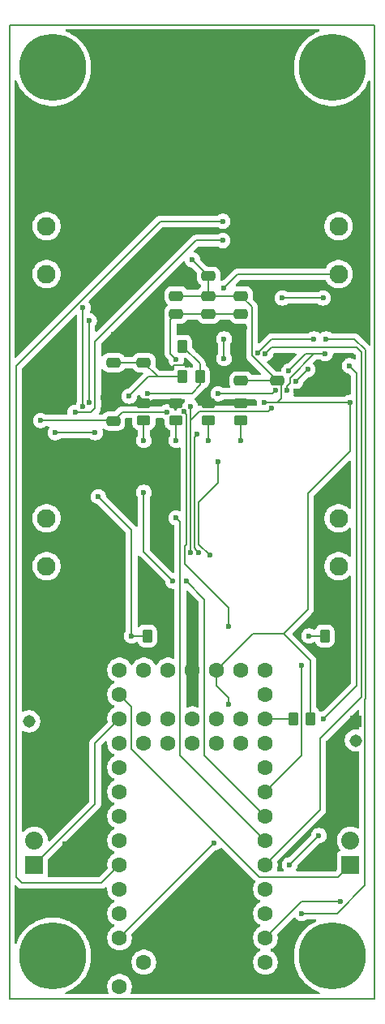
<source format=gbl>
G04 #@! TF.GenerationSoftware,KiCad,Pcbnew,9.0.6*
G04 #@! TF.CreationDate,2025-12-24T12:42:27-06:00*
G04 #@! TF.ProjectId,TVC,5456432e-6b69-4636-9164-5f7063625858,rev?*
G04 #@! TF.SameCoordinates,Original*
G04 #@! TF.FileFunction,Copper,L2,Bot*
G04 #@! TF.FilePolarity,Positive*
%FSLAX46Y46*%
G04 Gerber Fmt 4.6, Leading zero omitted, Abs format (unit mm)*
G04 Created by KiCad (PCBNEW 9.0.6) date 2025-12-24 12:42:27*
%MOMM*%
%LPD*%
G01*
G04 APERTURE LIST*
G04 Aperture macros list*
%AMRoundRect*
0 Rectangle with rounded corners*
0 $1 Rounding radius*
0 $2 $3 $4 $5 $6 $7 $8 $9 X,Y pos of 4 corners*
0 Add a 4 corners polygon primitive as box body*
4,1,4,$2,$3,$4,$5,$6,$7,$8,$9,$2,$3,0*
0 Add four circle primitives for the rounded corners*
1,1,$1+$1,$2,$3*
1,1,$1+$1,$4,$5*
1,1,$1+$1,$6,$7*
1,1,$1+$1,$8,$9*
0 Add four rect primitives between the rounded corners*
20,1,$1+$1,$2,$3,$4,$5,0*
20,1,$1+$1,$4,$5,$6,$7,0*
20,1,$1+$1,$6,$7,$8,$9,0*
20,1,$1+$1,$8,$9,$2,$3,0*%
G04 Aperture macros list end*
G04 #@! TA.AperFunction,ComponentPad*
%ADD10C,1.950000*%
G04 #@! TD*
G04 #@! TA.AperFunction,ComponentPad*
%ADD11C,7.000000*%
G04 #@! TD*
G04 #@! TA.AperFunction,ComponentPad*
%ADD12R,1.308000X1.308000*%
G04 #@! TD*
G04 #@! TA.AperFunction,ComponentPad*
%ADD13C,1.308000*%
G04 #@! TD*
G04 #@! TA.AperFunction,SMDPad,CuDef*
%ADD14R,2.420000X5.080000*%
G04 #@! TD*
G04 #@! TA.AperFunction,SMDPad,CuDef*
%ADD15R,0.460000X0.950000*%
G04 #@! TD*
G04 #@! TA.AperFunction,ComponentPad*
%ADD16C,0.970000*%
G04 #@! TD*
G04 #@! TA.AperFunction,ComponentPad*
%ADD17C,1.600000*%
G04 #@! TD*
G04 #@! TA.AperFunction,ComponentPad*
%ADD18R,1.875000X1.875000*%
G04 #@! TD*
G04 #@! TA.AperFunction,ComponentPad*
%ADD19C,1.875000*%
G04 #@! TD*
G04 #@! TA.AperFunction,SMDPad,CuDef*
%ADD20RoundRect,0.250000X-0.475000X0.250000X-0.475000X-0.250000X0.475000X-0.250000X0.475000X0.250000X0*%
G04 #@! TD*
G04 #@! TA.AperFunction,SMDPad,CuDef*
%ADD21RoundRect,0.250000X0.475000X-0.250000X0.475000X0.250000X-0.475000X0.250000X-0.475000X-0.250000X0*%
G04 #@! TD*
G04 #@! TA.AperFunction,SMDPad,CuDef*
%ADD22RoundRect,0.250000X-0.262500X-0.450000X0.262500X-0.450000X0.262500X0.450000X-0.262500X0.450000X0*%
G04 #@! TD*
G04 #@! TA.AperFunction,SMDPad,CuDef*
%ADD23RoundRect,0.250000X0.450000X-0.262500X0.450000X0.262500X-0.450000X0.262500X-0.450000X-0.262500X0*%
G04 #@! TD*
G04 #@! TA.AperFunction,SMDPad,CuDef*
%ADD24RoundRect,0.250000X0.262500X0.450000X-0.262500X0.450000X-0.262500X-0.450000X0.262500X-0.450000X0*%
G04 #@! TD*
G04 #@! TA.AperFunction,ViaPad*
%ADD25C,0.600000*%
G04 #@! TD*
G04 #@! TA.AperFunction,Conductor*
%ADD26C,0.200000*%
G04 #@! TD*
G04 #@! TA.AperFunction,Profile*
%ADD27C,0.200000*%
G04 #@! TD*
G04 APERTURE END LIST*
D10*
X162814000Y-101640000D03*
X162814000Y-106640000D03*
X162814000Y-76160000D03*
X162814000Y-71160000D03*
X132321250Y-106640000D03*
X132321250Y-101640000D03*
D11*
X132956250Y-54610000D03*
D12*
X130501250Y-124825000D03*
D13*
X130501250Y-122825000D03*
D14*
X151921250Y-53415000D03*
X143161250Y-53415000D03*
D15*
X151921250Y-56405000D03*
X143161250Y-56405000D03*
D16*
X151921250Y-56855000D03*
X143161250Y-56855000D03*
D17*
X155181250Y-150495000D03*
X155181250Y-147955000D03*
X155181250Y-145415000D03*
X155181250Y-142875000D03*
X155181250Y-140335000D03*
X155181250Y-137795000D03*
X155181250Y-135255000D03*
X155181250Y-132715000D03*
X155181250Y-130175000D03*
X155181250Y-127635000D03*
X155181250Y-125095000D03*
X155181250Y-122555000D03*
X155181250Y-120015000D03*
X155181250Y-117475000D03*
X152641250Y-117475000D03*
X150101250Y-117475000D03*
X147561250Y-117475000D03*
X145021250Y-117475000D03*
X142481250Y-117475000D03*
X139941250Y-117475000D03*
X139941250Y-120015000D03*
X139941250Y-122555000D03*
X139941250Y-125095000D03*
X139941250Y-127635000D03*
X139941250Y-130175000D03*
X139941250Y-132715000D03*
X139941250Y-135255000D03*
X139941250Y-137795000D03*
X139941250Y-140335000D03*
X139941250Y-142875000D03*
X139941250Y-145415000D03*
X139941250Y-147955000D03*
X139941250Y-150495000D03*
X142481250Y-147955000D03*
X142481250Y-122555000D03*
X142481250Y-125095000D03*
X145021250Y-122555000D03*
X145021250Y-125095000D03*
X147561250Y-122555000D03*
X147561250Y-125095000D03*
X150101250Y-122555000D03*
X150101250Y-125095000D03*
X152641250Y-122555000D03*
X152641250Y-125095000D03*
D11*
X162166250Y-54610000D03*
X162166250Y-147320000D03*
D10*
X132321250Y-76160000D03*
X132321250Y-71160000D03*
D18*
X131051250Y-137795000D03*
D19*
X131051250Y-135255000D03*
X131051250Y-132715000D03*
D11*
X132956250Y-147320000D03*
D18*
X164071250Y-137795000D03*
D19*
X164071250Y-135255000D03*
X164071250Y-132715000D03*
D12*
X164621250Y-122825000D03*
D13*
X164621250Y-124825000D03*
D20*
X149254584Y-78425000D03*
X149254584Y-80325000D03*
D21*
X142481250Y-85405000D03*
X142481250Y-83505000D03*
X149254584Y-76388000D03*
X149254584Y-74488000D03*
D22*
X146521750Y-86868000D03*
X148346750Y-86868000D03*
D20*
X152641250Y-78425000D03*
X152641250Y-80325000D03*
D21*
X139306250Y-91477500D03*
X139306250Y-89577500D03*
D22*
X142838750Y-113919000D03*
X144663750Y-113919000D03*
X146521750Y-83693000D03*
X148346750Y-83693000D03*
D23*
X152641250Y-91440000D03*
X152641250Y-89615000D03*
D20*
X145867917Y-78425000D03*
X145867917Y-80325000D03*
X152641250Y-85410000D03*
X152641250Y-87310000D03*
D21*
X139306250Y-85405000D03*
X139306250Y-83505000D03*
D23*
X145867917Y-91440000D03*
X145867917Y-89615000D03*
X149254583Y-91440000D03*
X149254583Y-89615000D03*
D21*
X156451250Y-87310000D03*
X156451250Y-85410000D03*
D23*
X142481250Y-91440000D03*
X142481250Y-89615000D03*
D24*
X159903750Y-122555000D03*
X158078750Y-122555000D03*
D22*
X161380750Y-113919000D03*
X163205750Y-113919000D03*
D25*
X131686250Y-91440000D03*
X144894250Y-90551000D03*
X140957250Y-88900000D03*
X155045150Y-89535000D03*
X149847250Y-135509000D03*
X151371250Y-121031000D03*
X147561250Y-74676000D03*
X164071250Y-89535000D03*
X145867917Y-85090000D03*
X152641250Y-93515000D03*
X149251250Y-93515000D03*
X145861250Y-93515000D03*
X145867917Y-101600000D03*
X142481250Y-93515000D03*
X145529250Y-108204000D03*
X142481250Y-98933000D03*
X146926250Y-108204000D03*
X150863250Y-82931000D03*
X150863250Y-84963000D03*
X150863250Y-77597000D03*
X137401250Y-92710000D03*
X133210250Y-92710000D03*
X159626250Y-86106000D03*
X158356250Y-87376000D03*
X147348750Y-89957500D03*
X155816250Y-90170000D03*
X147348750Y-105197500D03*
X148069250Y-92837000D03*
X148196250Y-105197500D03*
X151371250Y-112903000D03*
X146695088Y-90527500D03*
X150229583Y-95758000D03*
X157614485Y-86253235D03*
X161424485Y-84455000D03*
X150228250Y-88646000D03*
X157445000Y-88310000D03*
X149361765Y-105514485D03*
X161197250Y-78660000D03*
X156245000Y-88310000D03*
X156959250Y-78660000D03*
X159753250Y-113919000D03*
X158991250Y-116967000D03*
X137721250Y-99380000D03*
X141211250Y-113919000D03*
X142862250Y-88602500D03*
X160261250Y-82931000D03*
X160769250Y-134747000D03*
X157721250Y-137795000D03*
X154356383Y-84431933D03*
X161277250Y-122555000D03*
X163944250Y-85725000D03*
X155181250Y-84455000D03*
X150736250Y-72660000D03*
X135285515Y-90594265D03*
X161531250Y-82931000D03*
X158991250Y-142875000D03*
X136779479Y-81029271D03*
X136779479Y-89525432D03*
X163055250Y-141605000D03*
X136131250Y-79677500D03*
X136131250Y-89994265D03*
X138430000Y-147066000D03*
X143637000Y-89535000D03*
X130937000Y-140589000D03*
X153035000Y-81788000D03*
X150101250Y-144780000D03*
X156464000Y-85344000D03*
X131064000Y-130937000D03*
X148844000Y-143764000D03*
X134239000Y-138176000D03*
X164084000Y-130810000D03*
X148831250Y-144780000D03*
X152019000Y-81788000D03*
X147320000Y-67818000D03*
X137414000Y-141224000D03*
X156210000Y-81788000D03*
X163449000Y-111125000D03*
X131953000Y-124841000D03*
X151384000Y-143764000D03*
X145034000Y-145796000D03*
X153289000Y-150495000D03*
X130810000Y-80010000D03*
X159543500Y-80867500D03*
X151384000Y-145796000D03*
X144272000Y-104775000D03*
X146291250Y-144780000D03*
X162814000Y-124460000D03*
X140843000Y-53467000D03*
X159004000Y-135255000D03*
X145021250Y-144780000D03*
X145034000Y-143764000D03*
X144145000Y-91821000D03*
X142494000Y-82423000D03*
X143751250Y-144780000D03*
X157734000Y-73660000D03*
X142367000Y-150622000D03*
X138176000Y-89027000D03*
X147574000Y-143764000D03*
X139700000Y-109474000D03*
X147001390Y-85697018D03*
X158369000Y-88392000D03*
X135001000Y-140589000D03*
X138176000Y-90297000D03*
X148844000Y-145796000D03*
X144018000Y-111506000D03*
X147574000Y-115824000D03*
X162560000Y-104140000D03*
X145367250Y-85979000D03*
X151371250Y-144780000D03*
X146304000Y-145796000D03*
X144272000Y-99060000D03*
X134239000Y-135636000D03*
X153543000Y-66675000D03*
X147574000Y-145796000D03*
X147574000Y-112776000D03*
X152654000Y-84328000D03*
X141732000Y-76200000D03*
X146304000Y-143764000D03*
X134874000Y-81788000D03*
X143764000Y-143764000D03*
X162433000Y-117983000D03*
X145923000Y-89662000D03*
X147561250Y-144780000D03*
X137668000Y-102108000D03*
X132334000Y-113157000D03*
X131064000Y-129032000D03*
X150876000Y-74549000D03*
X150114000Y-145796000D03*
X142748000Y-80518000D03*
X134239000Y-133096000D03*
X163449000Y-84709000D03*
X163703000Y-96774000D03*
X163449000Y-78740000D03*
X140843000Y-68707000D03*
X161798000Y-99314000D03*
X163195000Y-115316000D03*
X152654000Y-89535000D03*
X139319000Y-82423000D03*
X154051000Y-89662000D03*
X154940000Y-81788000D03*
X143764000Y-145796000D03*
X165354000Y-79502000D03*
X154305000Y-53467000D03*
X140843000Y-86360000D03*
X140843000Y-83693000D03*
X150114000Y-143764000D03*
X150736250Y-70660000D03*
D26*
X150863250Y-77597000D02*
X152300250Y-76160000D01*
X152300250Y-76160000D02*
X162814000Y-76160000D01*
X144894250Y-90551000D02*
X140232750Y-90551000D01*
X140232750Y-90551000D02*
X139306250Y-91477500D01*
X139268750Y-91440000D02*
X131686250Y-91440000D01*
X139306250Y-91477500D02*
X139268750Y-91440000D01*
X143944250Y-86868000D02*
X142481250Y-85405000D01*
X142989250Y-86868000D02*
X143944250Y-86868000D01*
X142481250Y-85405000D02*
X139306250Y-85405000D01*
X146521750Y-86868000D02*
X143944250Y-86868000D01*
X140957250Y-88900000D02*
X142989250Y-86868000D01*
X164071250Y-89535000D02*
X164071250Y-94615000D01*
X164071250Y-94615000D02*
X159626250Y-99060000D01*
X164071250Y-89535000D02*
X156451250Y-89535000D01*
X149254584Y-76388000D02*
X147561250Y-74694666D01*
X153911250Y-113665000D02*
X150101250Y-117475000D01*
X159903750Y-122555000D02*
X159903750Y-116482500D01*
X156845000Y-87703750D02*
X156451250Y-87310000D01*
X152641250Y-78425000D02*
X149254584Y-78425000D01*
X149254584Y-78425000D02*
X149254584Y-76388000D01*
X156451250Y-89535000D02*
X156845000Y-89141250D01*
X139941250Y-145415000D02*
X149847250Y-135509000D01*
X150101250Y-119126000D02*
X150101250Y-117475000D01*
X159903750Y-116482500D02*
X157086250Y-113665000D01*
X151371250Y-121031000D02*
X151371250Y-120396000D01*
X149254584Y-78425000D02*
X145867917Y-78425000D01*
X153755383Y-84680876D02*
X153755383Y-79539133D01*
X159626250Y-99060000D02*
X159626250Y-111125000D01*
X156845000Y-89141250D02*
X156845000Y-87703750D01*
X156451250Y-87310000D02*
X156384507Y-87310000D01*
X151371250Y-120396000D02*
X150101250Y-119126000D01*
X159626250Y-111125000D02*
X157086250Y-113665000D01*
X147561250Y-74694666D02*
X147561250Y-74676000D01*
X156384507Y-87310000D02*
X153755383Y-84680876D01*
X153755383Y-79539133D02*
X152641250Y-78425000D01*
X156451250Y-89535000D02*
X155045150Y-89535000D01*
X157086250Y-113665000D02*
X153911250Y-113665000D01*
X156451250Y-87310000D02*
X152641250Y-87310000D01*
X152641250Y-80325000D02*
X149254584Y-80325000D01*
X145867917Y-85090000D02*
X145275250Y-84497333D01*
X145867917Y-80325000D02*
X149254584Y-80325000D01*
X145275250Y-80917667D02*
X145867917Y-80325000D01*
X145275250Y-84497333D02*
X145275250Y-80917667D01*
X152641250Y-91440000D02*
X152641250Y-93515000D01*
X149254583Y-91440000D02*
X149254583Y-93511667D01*
X149254583Y-93511667D02*
X149251250Y-93515000D01*
X145867917Y-91440000D02*
X145867917Y-93508333D01*
X145867917Y-93508333D02*
X145861250Y-93515000D01*
X146291250Y-126365000D02*
X146291250Y-102023333D01*
X146291250Y-102023333D02*
X145867917Y-101600000D01*
X155181250Y-135255000D02*
X146291250Y-126365000D01*
X142481250Y-91440000D02*
X142481250Y-93515000D01*
X148831250Y-110109000D02*
X148831250Y-126365000D01*
X142481250Y-105156000D02*
X142481250Y-98933000D01*
X148831250Y-126365000D02*
X155181250Y-132715000D01*
X145529250Y-108204000D02*
X142481250Y-105156000D01*
X146926250Y-108204000D02*
X148831250Y-110109000D01*
X150863250Y-84963000D02*
X150863250Y-82931000D01*
X137401250Y-92710000D02*
X133210250Y-92710000D01*
X141211250Y-121285000D02*
X139941250Y-120015000D01*
X162801250Y-139065000D02*
X154546250Y-139065000D01*
X164071250Y-137795000D02*
X162801250Y-139065000D01*
X154546250Y-139065000D02*
X141211250Y-125730000D01*
X141211250Y-125730000D02*
X141211250Y-121285000D01*
X137401250Y-125095000D02*
X139941250Y-122555000D01*
X137401250Y-131445000D02*
X137401250Y-125095000D01*
X131051250Y-137795000D02*
X137401250Y-131445000D01*
X158356250Y-87376000D02*
X159626250Y-86106000D01*
X147348750Y-105197500D02*
X147348750Y-91440000D01*
X147348750Y-91440000D02*
X148288550Y-90500200D01*
X148288550Y-90500200D02*
X155486050Y-90500200D01*
X147348750Y-91440000D02*
X147348750Y-89957500D01*
X155486050Y-90500200D02*
X155816250Y-90170000D01*
X148069250Y-92837000D02*
X147749750Y-93156500D01*
X147749750Y-93156500D02*
X147749750Y-104748557D01*
X147949750Y-104951000D02*
X148196250Y-105197500D01*
X147949750Y-104948557D02*
X147949750Y-104951000D01*
X147749750Y-104748557D02*
X147949750Y-104948557D01*
X146747750Y-106374500D02*
X151371250Y-110998000D01*
X158078750Y-122555000D02*
X155181250Y-122555000D01*
X146692250Y-90530338D02*
X146692250Y-90571000D01*
X151371250Y-110998000D02*
X151371250Y-112903000D01*
X146947750Y-104372500D02*
X146747750Y-104572500D01*
X146695088Y-90527500D02*
X146692250Y-90530338D01*
X146692250Y-90571000D02*
X146947750Y-90826500D01*
X146947750Y-90826500D02*
X146947750Y-104372500D01*
X146747750Y-104572500D02*
X146747750Y-106374500D01*
X159412720Y-84455000D02*
X157614485Y-86253235D01*
X161424485Y-84455000D02*
X160261250Y-84455000D01*
X148196250Y-99949000D02*
X148196250Y-104348971D01*
X155909000Y-88646000D02*
X150228250Y-88646000D01*
X157445000Y-87827410D02*
X157734000Y-87538410D01*
X157445000Y-88310000D02*
X157445000Y-87827410D01*
X157734000Y-86982250D02*
X160261250Y-84455000D01*
X160261250Y-84455000D02*
X159412720Y-84455000D01*
X150229583Y-95758000D02*
X150229583Y-97915667D01*
X148196250Y-104348971D02*
X149361764Y-105514485D01*
X150229583Y-97915667D02*
X148196250Y-99949000D01*
X157734000Y-87538410D02*
X157734000Y-86982250D01*
X161197250Y-78660000D02*
X156959250Y-78660000D01*
X156245000Y-88310000D02*
X155909000Y-88646000D01*
X149361764Y-105514485D02*
X149361765Y-105514485D01*
X155181250Y-130175000D02*
X158991250Y-126365000D01*
X161380750Y-113919000D02*
X159753250Y-113919000D01*
X158991250Y-126365000D02*
X158991250Y-116967000D01*
X142838750Y-113919000D02*
X141211250Y-113919000D01*
X141211250Y-102870000D02*
X141211250Y-113919000D01*
X137721250Y-99380000D02*
X141211250Y-102870000D01*
X148346750Y-86868000D02*
X148346750Y-85518000D01*
X148346750Y-85518000D02*
X146521750Y-83693000D01*
X148346750Y-87733500D02*
X148346750Y-86868000D01*
X147477750Y-88602500D02*
X148346750Y-87733500D01*
X142862250Y-88602500D02*
X147477750Y-88602500D01*
X164706250Y-86487000D02*
X164706250Y-119126000D01*
X163944250Y-85725000D02*
X164706250Y-86487000D01*
X164706250Y-119126000D02*
X161277250Y-122555000D01*
X160769250Y-134747000D02*
X157721250Y-137795000D01*
X154356383Y-84429924D02*
X155855307Y-82931000D01*
X155855307Y-82931000D02*
X160261250Y-82931000D01*
X154356383Y-84431933D02*
X154356383Y-84429924D01*
X155816250Y-83820000D02*
X164706250Y-83820000D01*
X165214250Y-120322000D02*
X160896250Y-124640000D01*
X160896250Y-124640000D02*
X160896250Y-132080000D01*
X164706250Y-83820000D02*
X165214250Y-84328000D01*
X160896250Y-132080000D02*
X155181250Y-137795000D01*
X155181250Y-84455000D02*
X155816250Y-83820000D01*
X165214250Y-84328000D02*
X165214250Y-120322000D01*
X135285515Y-90594265D02*
X136976985Y-90594265D01*
X137401250Y-83185000D02*
X147926250Y-72660000D01*
X137401250Y-90170000D02*
X137401250Y-83185000D01*
X136976985Y-90594265D02*
X137401250Y-90170000D01*
X147926250Y-72660000D02*
X150736250Y-72660000D01*
X165595250Y-120508100D02*
X165615250Y-120488100D01*
X162635193Y-142875000D02*
X165595250Y-139914943D01*
X165595250Y-139914943D02*
X165595250Y-120508100D01*
X158991250Y-142875000D02*
X162635193Y-142875000D01*
X165615250Y-84094000D02*
X164452250Y-82931000D01*
X164452250Y-82931000D02*
X161531250Y-82931000D01*
X165615250Y-120488100D02*
X165615250Y-84094000D01*
X136779479Y-81029271D02*
X136779479Y-89525432D01*
X163055250Y-141605000D02*
X158991250Y-141605000D01*
X158991250Y-141605000D02*
X155181250Y-145415000D01*
X136131250Y-89994265D02*
X136131250Y-79677500D01*
X147001390Y-85697018D02*
X145649232Y-85697018D01*
X163449000Y-85090000D02*
X160147000Y-88392000D01*
X156451250Y-85356750D02*
X156464000Y-85344000D01*
X152654000Y-82169000D02*
X153035000Y-81788000D01*
X160147000Y-88392000D02*
X158369000Y-88392000D01*
X156451250Y-85410000D02*
X156451250Y-85356750D01*
X152654000Y-84328000D02*
X152654000Y-82169000D01*
X134239000Y-135636000D02*
X134239000Y-138176000D01*
X163449000Y-84709000D02*
X163449000Y-85090000D01*
X145649232Y-85697018D02*
X145367250Y-85979000D01*
X129146250Y-139065000D02*
X129781250Y-139700000D01*
X138036250Y-139700000D02*
X139941250Y-137795000D01*
X144211250Y-70660000D02*
X129146250Y-85725000D01*
X129781250Y-139700000D02*
X138036250Y-139700000D01*
X129146250Y-85725000D02*
X129146250Y-139065000D01*
X150736250Y-70660000D02*
X144211250Y-70660000D01*
G04 #@! TA.AperFunction,Conductor*
G36*
X150603506Y-135987337D02*
G01*
X150647853Y-136015838D01*
X154065728Y-139433713D01*
X154065730Y-139433716D01*
X154085159Y-139453145D01*
X154104484Y-139488540D01*
X154118640Y-139514465D01*
X154118639Y-139514467D01*
X154118641Y-139514470D01*
X154116773Y-139540569D01*
X154113656Y-139584157D01*
X154097794Y-139613706D01*
X154068962Y-139653391D01*
X153976031Y-139835776D01*
X153912772Y-140030465D01*
X153880750Y-140232648D01*
X153880750Y-140437351D01*
X153912772Y-140639534D01*
X153976031Y-140834223D01*
X154038180Y-140956196D01*
X154062782Y-141004480D01*
X154068965Y-141016613D01*
X154189278Y-141182213D01*
X154334036Y-141326971D01*
X154488999Y-141439556D01*
X154499640Y-141447287D01*
X154591090Y-141493883D01*
X154592330Y-141494515D01*
X154643126Y-141542490D01*
X154659921Y-141610311D01*
X154637384Y-141676446D01*
X154592330Y-141715485D01*
X154499636Y-141762715D01*
X154334036Y-141883028D01*
X154189278Y-142027786D01*
X154068965Y-142193386D01*
X153976031Y-142375776D01*
X153912772Y-142570465D01*
X153880750Y-142772648D01*
X153880750Y-142977351D01*
X153912772Y-143179534D01*
X153976031Y-143374223D01*
X154037665Y-143495185D01*
X154064570Y-143547989D01*
X154068965Y-143556613D01*
X154189278Y-143722213D01*
X154334036Y-143866971D01*
X154488999Y-143979556D01*
X154499640Y-143987287D01*
X154591090Y-144033883D01*
X154592330Y-144034515D01*
X154643126Y-144082490D01*
X154659921Y-144150311D01*
X154637384Y-144216446D01*
X154592330Y-144255485D01*
X154499636Y-144302715D01*
X154334036Y-144423028D01*
X154189278Y-144567786D01*
X154068965Y-144733386D01*
X153976031Y-144915776D01*
X153912772Y-145110465D01*
X153880750Y-145312648D01*
X153880750Y-145517351D01*
X153912772Y-145719534D01*
X153976031Y-145914223D01*
X154068965Y-146096613D01*
X154189278Y-146262213D01*
X154334036Y-146406971D01*
X154488999Y-146519556D01*
X154499640Y-146527287D01*
X154591090Y-146573883D01*
X154592330Y-146574515D01*
X154643126Y-146622490D01*
X154659921Y-146690311D01*
X154637384Y-146756446D01*
X154592330Y-146795485D01*
X154499636Y-146842715D01*
X154334036Y-146963028D01*
X154189278Y-147107786D01*
X154068965Y-147273386D01*
X153976031Y-147455776D01*
X153912772Y-147650465D01*
X153880750Y-147852648D01*
X153880750Y-148057351D01*
X153912772Y-148259534D01*
X153976031Y-148454223D01*
X154039941Y-148579653D01*
X154066046Y-148630886D01*
X154068965Y-148636613D01*
X154189278Y-148802213D01*
X154334036Y-148946971D01*
X154488999Y-149059556D01*
X154499640Y-149067287D01*
X154615857Y-149126503D01*
X154682026Y-149160218D01*
X154682028Y-149160218D01*
X154682031Y-149160220D01*
X154786387Y-149194127D01*
X154876715Y-149223477D01*
X154895947Y-149226523D01*
X155078898Y-149255500D01*
X155078899Y-149255500D01*
X155283601Y-149255500D01*
X155283602Y-149255500D01*
X155485784Y-149223477D01*
X155680469Y-149160220D01*
X155862860Y-149067287D01*
X155955840Y-148999732D01*
X156028463Y-148946971D01*
X156028465Y-148946968D01*
X156028469Y-148946966D01*
X156173216Y-148802219D01*
X156173218Y-148802215D01*
X156173221Y-148802213D01*
X156269747Y-148669354D01*
X156293537Y-148636610D01*
X156386470Y-148454219D01*
X156449727Y-148259534D01*
X156481750Y-148057352D01*
X156481750Y-147852648D01*
X156449727Y-147650466D01*
X156386470Y-147455781D01*
X156386468Y-147455778D01*
X156386468Y-147455776D01*
X156352753Y-147389607D01*
X156293537Y-147273390D01*
X156285806Y-147262749D01*
X156173221Y-147107786D01*
X156028463Y-146963028D01*
X155862864Y-146842715D01*
X155856256Y-146839348D01*
X155770167Y-146795483D01*
X155719373Y-146747511D01*
X155702578Y-146679690D01*
X155725115Y-146613555D01*
X155770167Y-146574516D01*
X155862860Y-146527287D01*
X155884020Y-146511913D01*
X156028463Y-146406971D01*
X156028465Y-146406968D01*
X156028469Y-146406966D01*
X156173216Y-146262219D01*
X156173218Y-146262215D01*
X156173221Y-146262213D01*
X156225982Y-146189590D01*
X156293537Y-146096610D01*
X156386470Y-145914219D01*
X156449727Y-145719534D01*
X156481750Y-145517352D01*
X156481750Y-145312648D01*
X156449727Y-145110466D01*
X156445075Y-145096151D01*
X156443082Y-145026312D01*
X156475325Y-144970158D01*
X158138748Y-143306735D01*
X158200069Y-143273252D01*
X158269761Y-143278236D01*
X158325694Y-143320108D01*
X158329529Y-143325527D01*
X158369460Y-143385288D01*
X158369463Y-143385292D01*
X158480957Y-143496786D01*
X158480961Y-143496789D01*
X158612064Y-143584390D01*
X158612077Y-143584397D01*
X158691144Y-143617147D01*
X158757753Y-143644737D01*
X158912403Y-143675499D01*
X158912406Y-143675500D01*
X158912408Y-143675500D01*
X159070094Y-143675500D01*
X159070095Y-143675499D01*
X159224747Y-143644737D01*
X159370429Y-143584394D01*
X159412011Y-143556610D01*
X159502125Y-143496398D01*
X159568803Y-143475520D01*
X159571016Y-143475500D01*
X160377285Y-143475500D01*
X160444324Y-143495185D01*
X160490079Y-143547989D01*
X160500023Y-143617147D01*
X160470998Y-143680703D01*
X160435738Y-143708858D01*
X160107112Y-143884511D01*
X160107094Y-143884522D01*
X159780289Y-144102887D01*
X159780275Y-144102897D01*
X159476432Y-144352254D01*
X159198504Y-144630182D01*
X158949147Y-144934025D01*
X158949137Y-144934039D01*
X158730772Y-145260844D01*
X158730761Y-145260862D01*
X158545482Y-145607495D01*
X158545480Y-145607500D01*
X158395060Y-145970645D01*
X158280957Y-146346794D01*
X158280954Y-146346805D01*
X158204276Y-146732297D01*
X158165750Y-147123471D01*
X158165750Y-147516528D01*
X158204276Y-147907702D01*
X158280954Y-148293194D01*
X158280957Y-148293205D01*
X158395060Y-148669354D01*
X158545480Y-149032499D01*
X158545482Y-149032504D01*
X158730761Y-149379137D01*
X158730772Y-149379155D01*
X158949137Y-149705960D01*
X158949147Y-149705974D01*
X159198504Y-150009817D01*
X159476432Y-150287745D01*
X159476437Y-150287749D01*
X159476438Y-150287750D01*
X159780281Y-150537107D01*
X160107101Y-150755482D01*
X160107110Y-150755487D01*
X160107112Y-150755488D01*
X160453745Y-150940767D01*
X160453747Y-150940767D01*
X160453753Y-150940771D01*
X160780078Y-151075939D01*
X160834481Y-151119780D01*
X160856546Y-151186074D01*
X160839267Y-151253773D01*
X160788130Y-151301384D01*
X160732625Y-151314500D01*
X141185628Y-151314500D01*
X141118589Y-151294815D01*
X141072834Y-151242011D01*
X141062890Y-151172853D01*
X141075143Y-151134205D01*
X141087835Y-151109297D01*
X141146470Y-150994219D01*
X141209727Y-150799534D01*
X141241750Y-150597352D01*
X141241750Y-150392648D01*
X141209727Y-150190466D01*
X141146470Y-149995781D01*
X141146468Y-149995778D01*
X141146468Y-149995776D01*
X141112753Y-149929607D01*
X141053537Y-149813390D01*
X141045806Y-149802749D01*
X140933221Y-149647786D01*
X140788463Y-149503028D01*
X140622863Y-149382715D01*
X140622862Y-149382714D01*
X140622860Y-149382713D01*
X140565903Y-149353691D01*
X140440473Y-149289781D01*
X140245784Y-149226522D01*
X140071245Y-149198878D01*
X140043602Y-149194500D01*
X139838898Y-149194500D01*
X139814579Y-149198351D01*
X139636715Y-149226522D01*
X139442026Y-149289781D01*
X139259636Y-149382715D01*
X139094036Y-149503028D01*
X138949278Y-149647786D01*
X138828965Y-149813386D01*
X138736031Y-149995776D01*
X138672772Y-150190465D01*
X138640750Y-150392648D01*
X138640750Y-150597351D01*
X138672772Y-150799534D01*
X138736031Y-150994223D01*
X138807357Y-151134205D01*
X138820253Y-151202874D01*
X138793977Y-151267614D01*
X138736871Y-151307872D01*
X138696872Y-151314500D01*
X134389875Y-151314500D01*
X134322836Y-151294815D01*
X134277081Y-151242011D01*
X134267137Y-151172853D01*
X134296162Y-151109297D01*
X134342422Y-151075939D01*
X134668747Y-150940771D01*
X135015399Y-150755482D01*
X135342219Y-150537107D01*
X135646062Y-150287750D01*
X135924000Y-150009812D01*
X136173357Y-149705969D01*
X136391732Y-149379149D01*
X136577021Y-149032497D01*
X136727440Y-148669353D01*
X136841540Y-148293215D01*
X136841542Y-148293205D01*
X136841545Y-148293194D01*
X136918223Y-147907703D01*
X136923646Y-147852648D01*
X141180750Y-147852648D01*
X141180750Y-148057351D01*
X141212772Y-148259534D01*
X141276031Y-148454223D01*
X141339941Y-148579653D01*
X141366046Y-148630886D01*
X141368965Y-148636613D01*
X141489278Y-148802213D01*
X141634036Y-148946971D01*
X141788999Y-149059556D01*
X141799640Y-149067287D01*
X141915857Y-149126503D01*
X141982026Y-149160218D01*
X141982028Y-149160218D01*
X141982031Y-149160220D01*
X142086387Y-149194127D01*
X142176715Y-149223477D01*
X142195947Y-149226523D01*
X142378898Y-149255500D01*
X142378899Y-149255500D01*
X142583601Y-149255500D01*
X142583602Y-149255500D01*
X142785784Y-149223477D01*
X142980469Y-149160220D01*
X143162860Y-149067287D01*
X143255840Y-148999732D01*
X143328463Y-148946971D01*
X143328465Y-148946968D01*
X143328469Y-148946966D01*
X143473216Y-148802219D01*
X143473218Y-148802215D01*
X143473221Y-148802213D01*
X143569747Y-148669354D01*
X143593537Y-148636610D01*
X143686470Y-148454219D01*
X143749727Y-148259534D01*
X143781750Y-148057352D01*
X143781750Y-147852648D01*
X143749727Y-147650466D01*
X143686470Y-147455781D01*
X143686468Y-147455778D01*
X143686468Y-147455776D01*
X143652753Y-147389607D01*
X143593537Y-147273390D01*
X143585806Y-147262749D01*
X143473221Y-147107786D01*
X143328463Y-146963028D01*
X143162863Y-146842715D01*
X143162862Y-146842714D01*
X143162860Y-146842713D01*
X143105903Y-146813691D01*
X142980473Y-146749781D01*
X142785784Y-146686522D01*
X142611245Y-146658878D01*
X142583602Y-146654500D01*
X142378898Y-146654500D01*
X142354579Y-146658351D01*
X142176715Y-146686522D01*
X141982026Y-146749781D01*
X141799636Y-146842715D01*
X141634036Y-146963028D01*
X141489278Y-147107786D01*
X141368965Y-147273386D01*
X141276031Y-147455776D01*
X141212772Y-147650465D01*
X141180750Y-147852648D01*
X136923646Y-147852648D01*
X136925323Y-147835621D01*
X136925323Y-147835620D01*
X136956750Y-147516528D01*
X136956750Y-147123471D01*
X136940948Y-146963034D01*
X136918223Y-146732297D01*
X136914882Y-146715500D01*
X136841545Y-146346805D01*
X136841542Y-146346794D01*
X136841541Y-146346791D01*
X136841540Y-146346785D01*
X136727440Y-145970647D01*
X136577021Y-145607503D01*
X136528834Y-145517352D01*
X136391738Y-145260862D01*
X136391737Y-145260860D01*
X136391732Y-145260851D01*
X136173357Y-144934031D01*
X135924000Y-144630188D01*
X135923999Y-144630187D01*
X135923995Y-144630182D01*
X135646067Y-144352254D01*
X135342224Y-144102897D01*
X135342223Y-144102896D01*
X135342219Y-144102893D01*
X135015399Y-143884518D01*
X135015394Y-143884515D01*
X135015387Y-143884511D01*
X134668754Y-143699232D01*
X134668749Y-143699230D01*
X134611457Y-143675499D01*
X134537187Y-143644735D01*
X134305604Y-143548810D01*
X133929455Y-143434707D01*
X133929444Y-143434704D01*
X133543952Y-143358026D01*
X133249339Y-143329010D01*
X133152782Y-143319500D01*
X132759718Y-143319500D01*
X132670501Y-143328287D01*
X132368547Y-143358026D01*
X131983055Y-143434704D01*
X131983044Y-143434707D01*
X131606895Y-143548810D01*
X131243750Y-143699230D01*
X131243745Y-143699232D01*
X130897112Y-143884511D01*
X130897094Y-143884522D01*
X130570289Y-144102887D01*
X130570275Y-144102897D01*
X130266432Y-144352254D01*
X129988504Y-144630182D01*
X129739147Y-144934025D01*
X129739137Y-144934039D01*
X129520772Y-145260844D01*
X129520761Y-145260862D01*
X129335482Y-145607495D01*
X129335480Y-145607500D01*
X129200311Y-145933828D01*
X129156470Y-145988231D01*
X129090176Y-146010296D01*
X129022477Y-145993017D01*
X128974866Y-145941880D01*
X128961750Y-145886375D01*
X128961750Y-140029097D01*
X128981435Y-139962058D01*
X129034239Y-139916303D01*
X129103397Y-139906359D01*
X129166953Y-139935384D01*
X129173424Y-139941409D01*
X129412534Y-140180520D01*
X129412536Y-140180521D01*
X129412540Y-140180524D01*
X129499343Y-140230639D01*
X129549466Y-140259577D01*
X129702193Y-140300501D01*
X129702195Y-140300501D01*
X129867904Y-140300501D01*
X129867920Y-140300500D01*
X137949581Y-140300500D01*
X137949597Y-140300501D01*
X137957193Y-140300501D01*
X138115304Y-140300501D01*
X138115307Y-140300501D01*
X138268035Y-140259577D01*
X138318154Y-140230639D01*
X138404966Y-140180520D01*
X138437117Y-140148368D01*
X138446491Y-140141923D01*
X138469311Y-140134442D01*
X138490390Y-140122932D01*
X138501909Y-140123755D01*
X138512885Y-140120158D01*
X138536130Y-140126203D01*
X138560082Y-140127916D01*
X138569326Y-140134835D01*
X138580505Y-140137743D01*
X138596791Y-140155395D01*
X138616016Y-140169786D01*
X138620051Y-140180606D01*
X138627884Y-140189095D01*
X138632041Y-140212748D01*
X138640434Y-140235250D01*
X138640750Y-140244098D01*
X138640750Y-140437351D01*
X138672772Y-140639534D01*
X138736031Y-140834223D01*
X138798180Y-140956196D01*
X138822782Y-141004480D01*
X138828965Y-141016613D01*
X138949278Y-141182213D01*
X139094036Y-141326971D01*
X139248999Y-141439556D01*
X139259640Y-141447287D01*
X139351090Y-141493883D01*
X139352330Y-141494515D01*
X139403126Y-141542490D01*
X139419921Y-141610311D01*
X139397384Y-141676446D01*
X139352330Y-141715485D01*
X139259636Y-141762715D01*
X139094036Y-141883028D01*
X138949278Y-142027786D01*
X138828965Y-142193386D01*
X138736031Y-142375776D01*
X138672772Y-142570465D01*
X138640750Y-142772648D01*
X138640750Y-142977351D01*
X138672772Y-143179534D01*
X138736031Y-143374223D01*
X138797665Y-143495185D01*
X138824570Y-143547989D01*
X138828965Y-143556613D01*
X138949278Y-143722213D01*
X139094036Y-143866971D01*
X139248999Y-143979556D01*
X139259640Y-143987287D01*
X139351090Y-144033883D01*
X139352330Y-144034515D01*
X139403126Y-144082490D01*
X139419921Y-144150311D01*
X139397384Y-144216446D01*
X139352330Y-144255485D01*
X139259636Y-144302715D01*
X139094036Y-144423028D01*
X138949278Y-144567786D01*
X138828965Y-144733386D01*
X138736031Y-144915776D01*
X138672772Y-145110465D01*
X138640750Y-145312648D01*
X138640750Y-145517351D01*
X138672772Y-145719534D01*
X138736031Y-145914223D01*
X138828965Y-146096613D01*
X138949278Y-146262213D01*
X139094036Y-146406971D01*
X139248999Y-146519556D01*
X139259640Y-146527287D01*
X139352330Y-146574515D01*
X139442026Y-146620218D01*
X139442028Y-146620218D01*
X139442031Y-146620220D01*
X139546387Y-146654127D01*
X139636715Y-146683477D01*
X139655947Y-146686523D01*
X139838898Y-146715500D01*
X139838899Y-146715500D01*
X140043601Y-146715500D01*
X140043602Y-146715500D01*
X140245784Y-146683477D01*
X140440469Y-146620220D01*
X140622860Y-146527287D01*
X140715840Y-146459732D01*
X140788463Y-146406971D01*
X140788465Y-146406968D01*
X140788469Y-146406966D01*
X140933216Y-146262219D01*
X140933218Y-146262215D01*
X140933221Y-146262213D01*
X140985982Y-146189590D01*
X141053537Y-146096610D01*
X141146470Y-145914219D01*
X141209727Y-145719534D01*
X141241750Y-145517352D01*
X141241750Y-145312648D01*
X141209727Y-145110466D01*
X141205075Y-145096151D01*
X141203082Y-145026312D01*
X141235325Y-144970158D01*
X149861914Y-136343571D01*
X149923235Y-136310088D01*
X149925402Y-136309637D01*
X149926091Y-136309500D01*
X149926092Y-136309500D01*
X150080747Y-136278737D01*
X150226429Y-136218394D01*
X150357539Y-136130789D01*
X150386115Y-136102213D01*
X150472491Y-136015838D01*
X150533814Y-135982353D01*
X150603506Y-135987337D01*
G37*
G04 #@! TD.AperFunction*
G04 #@! TA.AperFunction,Conductor*
G36*
X138560084Y-124887914D02*
G01*
X138616017Y-124929786D01*
X138640434Y-124995250D01*
X138640750Y-125004096D01*
X138640750Y-125197351D01*
X138672772Y-125399534D01*
X138736031Y-125594223D01*
X138828965Y-125776613D01*
X138949278Y-125942213D01*
X139094036Y-126086971D01*
X139219960Y-126178458D01*
X139259640Y-126207287D01*
X139351090Y-126253883D01*
X139352330Y-126254515D01*
X139403126Y-126302490D01*
X139419921Y-126370311D01*
X139397384Y-126436446D01*
X139352330Y-126475485D01*
X139259636Y-126522715D01*
X139094036Y-126643028D01*
X138949278Y-126787786D01*
X138828965Y-126953386D01*
X138736031Y-127135776D01*
X138672772Y-127330465D01*
X138640750Y-127532648D01*
X138640750Y-127737351D01*
X138672772Y-127939534D01*
X138736031Y-128134223D01*
X138828965Y-128316613D01*
X138949278Y-128482213D01*
X139094036Y-128626971D01*
X139248999Y-128739556D01*
X139259640Y-128747287D01*
X139351090Y-128793883D01*
X139352330Y-128794515D01*
X139403126Y-128842490D01*
X139419921Y-128910311D01*
X139397384Y-128976446D01*
X139352330Y-129015485D01*
X139259636Y-129062715D01*
X139094036Y-129183028D01*
X138949278Y-129327786D01*
X138828965Y-129493386D01*
X138736031Y-129675776D01*
X138672772Y-129870465D01*
X138640750Y-130072648D01*
X138640750Y-130277351D01*
X138672772Y-130479534D01*
X138736031Y-130674223D01*
X138828965Y-130856613D01*
X138949278Y-131022213D01*
X139094036Y-131166971D01*
X139248999Y-131279556D01*
X139259640Y-131287287D01*
X139351090Y-131333883D01*
X139352330Y-131334515D01*
X139403126Y-131382490D01*
X139419921Y-131450311D01*
X139397384Y-131516446D01*
X139352330Y-131555485D01*
X139259636Y-131602715D01*
X139094036Y-131723028D01*
X138949278Y-131867786D01*
X138828965Y-132033386D01*
X138736031Y-132215776D01*
X138672772Y-132410465D01*
X138640750Y-132612648D01*
X138640750Y-132817351D01*
X138672772Y-133019534D01*
X138736031Y-133214223D01*
X138828965Y-133396613D01*
X138949278Y-133562213D01*
X139094036Y-133706971D01*
X139245481Y-133817000D01*
X139259640Y-133827287D01*
X139351090Y-133873883D01*
X139352330Y-133874515D01*
X139403126Y-133922490D01*
X139419921Y-133990311D01*
X139397384Y-134056446D01*
X139352330Y-134095485D01*
X139259636Y-134142715D01*
X139094036Y-134263028D01*
X138949278Y-134407786D01*
X138828965Y-134573386D01*
X138736031Y-134755776D01*
X138672772Y-134950465D01*
X138642465Y-135141821D01*
X138640750Y-135152648D01*
X138640750Y-135357352D01*
X138645128Y-135384995D01*
X138672772Y-135559534D01*
X138736031Y-135754223D01*
X138799941Y-135879653D01*
X138815419Y-135910029D01*
X138828965Y-135936613D01*
X138949278Y-136102213D01*
X139094036Y-136246971D01*
X139202064Y-136325456D01*
X139259640Y-136367287D01*
X139350734Y-136413702D01*
X139352330Y-136414515D01*
X139403126Y-136462490D01*
X139419921Y-136530311D01*
X139397384Y-136596446D01*
X139352330Y-136635485D01*
X139259636Y-136682715D01*
X139094036Y-136803028D01*
X138949278Y-136947786D01*
X138828965Y-137113386D01*
X138736031Y-137295776D01*
X138672772Y-137490465D01*
X138640750Y-137692648D01*
X138640750Y-137897351D01*
X138672772Y-138099534D01*
X138677423Y-138113848D01*
X138679415Y-138183690D01*
X138647171Y-138239842D01*
X137823834Y-139063181D01*
X137762511Y-139096666D01*
X137736153Y-139099500D01*
X132564641Y-139099500D01*
X132497602Y-139079815D01*
X132451847Y-139027011D01*
X132441903Y-138957853D01*
X132448459Y-138932167D01*
X132482841Y-138839982D01*
X132489250Y-138780373D01*
X132489249Y-137257595D01*
X132508934Y-137190557D01*
X132525563Y-137169920D01*
X137759756Y-131935728D01*
X137759761Y-131935724D01*
X137769964Y-131925520D01*
X137769966Y-131925520D01*
X137881770Y-131813716D01*
X137944612Y-131704870D01*
X137960827Y-131676785D01*
X138001750Y-131524057D01*
X138001750Y-131365943D01*
X138001750Y-125395096D01*
X138021435Y-125328057D01*
X138038065Y-125307419D01*
X138429069Y-124916414D01*
X138490392Y-124882930D01*
X138560084Y-124887914D01*
G37*
G04 #@! TD.AperFunction*
G04 #@! TA.AperFunction,Conductor*
G36*
X164914084Y-121573915D02*
G01*
X164970017Y-121615787D01*
X164994434Y-121681251D01*
X164994750Y-121690097D01*
X164994750Y-123570080D01*
X164975065Y-123637119D01*
X164922261Y-123682874D01*
X164853103Y-123692818D01*
X164851353Y-123692553D01*
X164712111Y-123670500D01*
X164530389Y-123670500D01*
X164470560Y-123679976D01*
X164350902Y-123698928D01*
X164350899Y-123698928D01*
X164178078Y-123755081D01*
X164178075Y-123755083D01*
X164016159Y-123837583D01*
X163932280Y-123898525D01*
X163869144Y-123944397D01*
X163869142Y-123944399D01*
X163869141Y-123944399D01*
X163740649Y-124072891D01*
X163740649Y-124072892D01*
X163740647Y-124072894D01*
X163718749Y-124103034D01*
X163633833Y-124219909D01*
X163551333Y-124381825D01*
X163551331Y-124381828D01*
X163495178Y-124554649D01*
X163495178Y-124554652D01*
X163466750Y-124734139D01*
X163466750Y-124915860D01*
X163495178Y-125095347D01*
X163495178Y-125095350D01*
X163551331Y-125268171D01*
X163551333Y-125268174D01*
X163633833Y-125430090D01*
X163740647Y-125577106D01*
X163869144Y-125705603D01*
X164016160Y-125812417D01*
X164178076Y-125894917D01*
X164178078Y-125894918D01*
X164323639Y-125942213D01*
X164350904Y-125951072D01*
X164530389Y-125979500D01*
X164530390Y-125979500D01*
X164712110Y-125979500D01*
X164712111Y-125979500D01*
X164851352Y-125957446D01*
X164920645Y-125966400D01*
X164974097Y-126011397D01*
X164994737Y-126078148D01*
X164994750Y-126079919D01*
X164994750Y-133909291D01*
X164975065Y-133976330D01*
X164922261Y-134022085D01*
X164853103Y-134032029D01*
X164814455Y-134019776D01*
X164623255Y-133922354D01*
X164407983Y-133852407D01*
X164184428Y-133817000D01*
X164184423Y-133817000D01*
X163958077Y-133817000D01*
X163958072Y-133817000D01*
X163734516Y-133852407D01*
X163519244Y-133922354D01*
X163317573Y-134025112D01*
X163134453Y-134158157D01*
X162974407Y-134318203D01*
X162841362Y-134501323D01*
X162738604Y-134702994D01*
X162668657Y-134918266D01*
X162633250Y-135141821D01*
X162633250Y-135368178D01*
X162668657Y-135591733D01*
X162738604Y-135807005D01*
X162804642Y-135936610D01*
X162841362Y-136008676D01*
X162974405Y-136191794D01*
X162974407Y-136191796D01*
X162977052Y-136194441D01*
X163010537Y-136255764D01*
X163005553Y-136325456D01*
X162963681Y-136381389D01*
X162932707Y-136398303D01*
X162891422Y-136413702D01*
X162891414Y-136413706D01*
X162776205Y-136499952D01*
X162776202Y-136499955D01*
X162689956Y-136615164D01*
X162689952Y-136615171D01*
X162639658Y-136750017D01*
X162633251Y-136809616D01*
X162633250Y-136809635D01*
X162633250Y-138332401D01*
X162624607Y-138361833D01*
X162618086Y-138391821D01*
X162614327Y-138396842D01*
X162613565Y-138399440D01*
X162596937Y-138420077D01*
X162588839Y-138428176D01*
X162527518Y-138461665D01*
X162501152Y-138464500D01*
X158468646Y-138464500D01*
X158401607Y-138444815D01*
X158355852Y-138392011D01*
X158345908Y-138322853D01*
X158365544Y-138271609D01*
X158430640Y-138174185D01*
X158430640Y-138174184D01*
X158430644Y-138174179D01*
X158490987Y-138028497D01*
X158517074Y-137897351D01*
X158521888Y-137873150D01*
X158554273Y-137811239D01*
X158555768Y-137809716D01*
X160783912Y-135581572D01*
X160845233Y-135548089D01*
X160847400Y-135547638D01*
X160905335Y-135536113D01*
X161002747Y-135516737D01*
X161115416Y-135470067D01*
X161148422Y-135456397D01*
X161148422Y-135456396D01*
X161148429Y-135456394D01*
X161279539Y-135368789D01*
X161391039Y-135257289D01*
X161478644Y-135126179D01*
X161538987Y-134980497D01*
X161569750Y-134825842D01*
X161569750Y-134668158D01*
X161569750Y-134668155D01*
X161569749Y-134668153D01*
X161550899Y-134573390D01*
X161538987Y-134513503D01*
X161495196Y-134407781D01*
X161478647Y-134367827D01*
X161478640Y-134367814D01*
X161391039Y-134236711D01*
X161391036Y-134236707D01*
X161279542Y-134125213D01*
X161279538Y-134125210D01*
X161148435Y-134037609D01*
X161148422Y-134037602D01*
X161002751Y-133977264D01*
X161002739Y-133977261D01*
X160848095Y-133946500D01*
X160848092Y-133946500D01*
X160690408Y-133946500D01*
X160690405Y-133946500D01*
X160535760Y-133977261D01*
X160535748Y-133977264D01*
X160390077Y-134037602D01*
X160390064Y-134037609D01*
X160258961Y-134125210D01*
X160258957Y-134125213D01*
X160147463Y-134236707D01*
X160147460Y-134236711D01*
X160059859Y-134367814D01*
X160059852Y-134367827D01*
X159999514Y-134513498D01*
X159999511Y-134513508D01*
X159968611Y-134668850D01*
X159936226Y-134730761D01*
X159934675Y-134732339D01*
X157706589Y-136960425D01*
X157645266Y-136993910D01*
X157643100Y-136994361D01*
X157487758Y-137025261D01*
X157487748Y-137025264D01*
X157342077Y-137085602D01*
X157342064Y-137085609D01*
X157210961Y-137173210D01*
X157210957Y-137173213D01*
X157099463Y-137284707D01*
X157099460Y-137284711D01*
X157011859Y-137415814D01*
X157011852Y-137415827D01*
X156951514Y-137561498D01*
X156951511Y-137561510D01*
X156920750Y-137716153D01*
X156920750Y-137873846D01*
X156951511Y-138028489D01*
X156951514Y-138028501D01*
X157011852Y-138174172D01*
X157011859Y-138174185D01*
X157076956Y-138271609D01*
X157097834Y-138338287D01*
X157079349Y-138405667D01*
X157027371Y-138452357D01*
X156973854Y-138464500D01*
X156501516Y-138464500D01*
X156434477Y-138444815D01*
X156388722Y-138392011D01*
X156378778Y-138322853D01*
X156385330Y-138298970D01*
X156384964Y-138298852D01*
X156386468Y-138294222D01*
X156386470Y-138294219D01*
X156449727Y-138099534D01*
X156481750Y-137897352D01*
X156481750Y-137692648D01*
X156449727Y-137490466D01*
X156445075Y-137476151D01*
X156443082Y-137406312D01*
X156475325Y-137350158D01*
X161376770Y-132448716D01*
X161455827Y-132311784D01*
X161496751Y-132159057D01*
X161496751Y-132000942D01*
X161496751Y-131993347D01*
X161496750Y-131993329D01*
X161496750Y-124940097D01*
X161516435Y-124873058D01*
X161533069Y-124852416D01*
X164783069Y-121602416D01*
X164844392Y-121568931D01*
X164914084Y-121573915D01*
G37*
G04 #@! TD.AperFunction*
G04 #@! TA.AperFunction,Conductor*
G36*
X135450084Y-80372914D02*
G01*
X135506017Y-80414786D01*
X135530434Y-80480250D01*
X135530750Y-80489096D01*
X135530750Y-89414499D01*
X135511065Y-89481538D01*
X135509852Y-89483390D01*
X135421859Y-89615079D01*
X135421852Y-89615092D01*
X135379552Y-89717217D01*
X135335712Y-89771621D01*
X135269417Y-89793686D01*
X135264991Y-89793765D01*
X135206670Y-89793765D01*
X135052025Y-89824526D01*
X135052013Y-89824529D01*
X134906342Y-89884867D01*
X134906329Y-89884874D01*
X134775226Y-89972475D01*
X134775222Y-89972478D01*
X134663728Y-90083972D01*
X134663725Y-90083976D01*
X134576124Y-90215079D01*
X134576117Y-90215092D01*
X134515779Y-90360763D01*
X134515776Y-90360775D01*
X134485015Y-90515418D01*
X134485015Y-90515423D01*
X134485015Y-90673107D01*
X134485015Y-90673109D01*
X134485014Y-90673109D01*
X134488635Y-90691308D01*
X134482408Y-90760900D01*
X134439545Y-90816077D01*
X134373655Y-90839322D01*
X134367018Y-90839500D01*
X132266016Y-90839500D01*
X132198977Y-90819815D01*
X132197125Y-90818602D01*
X132065435Y-90730609D01*
X132065422Y-90730602D01*
X131919751Y-90670264D01*
X131919739Y-90670261D01*
X131765095Y-90639500D01*
X131765092Y-90639500D01*
X131607408Y-90639500D01*
X131607405Y-90639500D01*
X131452760Y-90670261D01*
X131452748Y-90670264D01*
X131307077Y-90730602D01*
X131307064Y-90730609D01*
X131175961Y-90818210D01*
X131175957Y-90818213D01*
X131064463Y-90929707D01*
X131064460Y-90929711D01*
X130976859Y-91060814D01*
X130976852Y-91060827D01*
X130916514Y-91206498D01*
X130916511Y-91206510D01*
X130885750Y-91361153D01*
X130885750Y-91518846D01*
X130916511Y-91673489D01*
X130916514Y-91673501D01*
X130976852Y-91819172D01*
X130976859Y-91819185D01*
X131064460Y-91950288D01*
X131064463Y-91950292D01*
X131175957Y-92061786D01*
X131175961Y-92061789D01*
X131307064Y-92149390D01*
X131307077Y-92149397D01*
X131428548Y-92199711D01*
X131452753Y-92209737D01*
X131571669Y-92233391D01*
X131607403Y-92240499D01*
X131607406Y-92240500D01*
X131607408Y-92240500D01*
X131765094Y-92240500D01*
X131765095Y-92240499D01*
X131919747Y-92209737D01*
X132065429Y-92149394D01*
X132156996Y-92088211D01*
X132197125Y-92061398D01*
X132215171Y-92055747D01*
X132231081Y-92045523D01*
X132262042Y-92041071D01*
X132263803Y-92040520D01*
X132266016Y-92040500D01*
X132462854Y-92040500D01*
X132529893Y-92060185D01*
X132575648Y-92112989D01*
X132585592Y-92182147D01*
X132565956Y-92233391D01*
X132500859Y-92330814D01*
X132500852Y-92330827D01*
X132440514Y-92476498D01*
X132440511Y-92476510D01*
X132409750Y-92631153D01*
X132409750Y-92788846D01*
X132440511Y-92943489D01*
X132440514Y-92943501D01*
X132500852Y-93089172D01*
X132500859Y-93089185D01*
X132588460Y-93220288D01*
X132588463Y-93220292D01*
X132699957Y-93331786D01*
X132699961Y-93331789D01*
X132831064Y-93419390D01*
X132831077Y-93419397D01*
X132976748Y-93479735D01*
X132976753Y-93479737D01*
X133131403Y-93510499D01*
X133131406Y-93510500D01*
X133131408Y-93510500D01*
X133289094Y-93510500D01*
X133289095Y-93510499D01*
X133443747Y-93479737D01*
X133589429Y-93419394D01*
X133589435Y-93419390D01*
X133721125Y-93331398D01*
X133787803Y-93310520D01*
X133790016Y-93310500D01*
X136821484Y-93310500D01*
X136888523Y-93330185D01*
X136890375Y-93331398D01*
X137022064Y-93419390D01*
X137022077Y-93419397D01*
X137167748Y-93479735D01*
X137167753Y-93479737D01*
X137322403Y-93510499D01*
X137322406Y-93510500D01*
X137322408Y-93510500D01*
X137480094Y-93510500D01*
X137480095Y-93510499D01*
X137634747Y-93479737D01*
X137780429Y-93419394D01*
X137911539Y-93331789D01*
X138023039Y-93220289D01*
X138110644Y-93089179D01*
X138170987Y-92943497D01*
X138201750Y-92788842D01*
X138201750Y-92631158D01*
X138201750Y-92631155D01*
X138201749Y-92631153D01*
X138179516Y-92519382D01*
X138170987Y-92476503D01*
X138163545Y-92458537D01*
X138156077Y-92389072D01*
X138187351Y-92326592D01*
X138247440Y-92290939D01*
X138317265Y-92293432D01*
X138355761Y-92317212D01*
X138356931Y-92315734D01*
X138362591Y-92320209D01*
X138362594Y-92320212D01*
X138511916Y-92412314D01*
X138678453Y-92467499D01*
X138781241Y-92478000D01*
X139831258Y-92477999D01*
X139831266Y-92477998D01*
X139831269Y-92477998D01*
X139887552Y-92472248D01*
X139934047Y-92467499D01*
X140100584Y-92412314D01*
X140249906Y-92320212D01*
X140373962Y-92196156D01*
X140466064Y-92046834D01*
X140521249Y-91880297D01*
X140531750Y-91777509D01*
X140531749Y-91275499D01*
X140551433Y-91208461D01*
X140604237Y-91162706D01*
X140655749Y-91151500D01*
X141156750Y-91151500D01*
X141223789Y-91171185D01*
X141269544Y-91223989D01*
X141280750Y-91275500D01*
X141280750Y-91752501D01*
X141280751Y-91752519D01*
X141291250Y-91855296D01*
X141291251Y-91855299D01*
X141346435Y-92021831D01*
X141346437Y-92021836D01*
X141370091Y-92060185D01*
X141438538Y-92171156D01*
X141562594Y-92295212D01*
X141711916Y-92387314D01*
X141795755Y-92415095D01*
X141853198Y-92454866D01*
X141880022Y-92519382D01*
X141880750Y-92532800D01*
X141880750Y-92935234D01*
X141861065Y-93002273D01*
X141859852Y-93004125D01*
X141771859Y-93135814D01*
X141771852Y-93135827D01*
X141711514Y-93281498D01*
X141711511Y-93281510D01*
X141680750Y-93436153D01*
X141680750Y-93593846D01*
X141711511Y-93748489D01*
X141711514Y-93748501D01*
X141771852Y-93894172D01*
X141771859Y-93894185D01*
X141859460Y-94025288D01*
X141859463Y-94025292D01*
X141970957Y-94136786D01*
X141970961Y-94136789D01*
X142102064Y-94224390D01*
X142102077Y-94224397D01*
X142247748Y-94284735D01*
X142247753Y-94284737D01*
X142399402Y-94314902D01*
X142402403Y-94315499D01*
X142402406Y-94315500D01*
X142402408Y-94315500D01*
X142560094Y-94315500D01*
X142560095Y-94315499D01*
X142714747Y-94284737D01*
X142860429Y-94224394D01*
X142991539Y-94136789D01*
X143103039Y-94025289D01*
X143190644Y-93894179D01*
X143190944Y-93893456D01*
X143250985Y-93748501D01*
X143250987Y-93748497D01*
X143281750Y-93593842D01*
X143281750Y-93436158D01*
X143281750Y-93436155D01*
X143281749Y-93436153D01*
X143278415Y-93419390D01*
X143250987Y-93281503D01*
X143225631Y-93220288D01*
X143190647Y-93135827D01*
X143190640Y-93135814D01*
X143102648Y-93004125D01*
X143081770Y-92937447D01*
X143081750Y-92935234D01*
X143081750Y-92532800D01*
X143101435Y-92465761D01*
X143154239Y-92420006D01*
X143166732Y-92415099D01*
X143250584Y-92387314D01*
X143399906Y-92295212D01*
X143523962Y-92171156D01*
X143616064Y-92021834D01*
X143671249Y-91855297D01*
X143681750Y-91752509D01*
X143681749Y-91275499D01*
X143701433Y-91208461D01*
X143754237Y-91162706D01*
X143805749Y-91151500D01*
X144314484Y-91151500D01*
X144381523Y-91171185D01*
X144383375Y-91172398D01*
X144515064Y-91260390D01*
X144515071Y-91260394D01*
X144590870Y-91291790D01*
X144645272Y-91335630D01*
X144667338Y-91401924D01*
X144667417Y-91406351D01*
X144667417Y-91752501D01*
X144667418Y-91752519D01*
X144677917Y-91855296D01*
X144677918Y-91855299D01*
X144733102Y-92021831D01*
X144733104Y-92021836D01*
X144756758Y-92060185D01*
X144825205Y-92171156D01*
X144949261Y-92295212D01*
X145098583Y-92387314D01*
X145182422Y-92415095D01*
X145239865Y-92454866D01*
X145266689Y-92519382D01*
X145267417Y-92532800D01*
X145267417Y-92926278D01*
X145247732Y-92993317D01*
X145239706Y-93004342D01*
X145151859Y-93135814D01*
X145151852Y-93135827D01*
X145091514Y-93281498D01*
X145091511Y-93281510D01*
X145060750Y-93436153D01*
X145060750Y-93593846D01*
X145091511Y-93748489D01*
X145091514Y-93748501D01*
X145151852Y-93894172D01*
X145151859Y-93894185D01*
X145239460Y-94025288D01*
X145239463Y-94025292D01*
X145350957Y-94136786D01*
X145350961Y-94136789D01*
X145482064Y-94224390D01*
X145482077Y-94224397D01*
X145627748Y-94284735D01*
X145627753Y-94284737D01*
X145779402Y-94314902D01*
X145782403Y-94315499D01*
X145782406Y-94315500D01*
X145782408Y-94315500D01*
X145940094Y-94315500D01*
X145940095Y-94315499D01*
X146094747Y-94284737D01*
X146175797Y-94251164D01*
X146245267Y-94243696D01*
X146307746Y-94274971D01*
X146343398Y-94335060D01*
X146347250Y-94365726D01*
X146347250Y-100746512D01*
X146327565Y-100813551D01*
X146274761Y-100859306D01*
X146205603Y-100869250D01*
X146175798Y-100861073D01*
X146101418Y-100830264D01*
X146101406Y-100830261D01*
X145946762Y-100799500D01*
X145946759Y-100799500D01*
X145789075Y-100799500D01*
X145789072Y-100799500D01*
X145634427Y-100830261D01*
X145634415Y-100830264D01*
X145488744Y-100890602D01*
X145488731Y-100890609D01*
X145357628Y-100978210D01*
X145357624Y-100978213D01*
X145246130Y-101089707D01*
X145246127Y-101089711D01*
X145158526Y-101220814D01*
X145158519Y-101220827D01*
X145098181Y-101366498D01*
X145098178Y-101366510D01*
X145067417Y-101521153D01*
X145067417Y-101678846D01*
X145098178Y-101833489D01*
X145098181Y-101833501D01*
X145158519Y-101979172D01*
X145158526Y-101979185D01*
X145246127Y-102110288D01*
X145246130Y-102110292D01*
X145357624Y-102221786D01*
X145357628Y-102221789D01*
X145488731Y-102309390D01*
X145488735Y-102309392D01*
X145488738Y-102309394D01*
X145614205Y-102361364D01*
X145668605Y-102405202D01*
X145690671Y-102471496D01*
X145690750Y-102475923D01*
X145690750Y-107216903D01*
X145671065Y-107283942D01*
X145618261Y-107329697D01*
X145549103Y-107339641D01*
X145485547Y-107310616D01*
X145479069Y-107304584D01*
X143118069Y-104943584D01*
X143084584Y-104882261D01*
X143081750Y-104855903D01*
X143081750Y-99512765D01*
X143101435Y-99445726D01*
X143102648Y-99443874D01*
X143190640Y-99312185D01*
X143190640Y-99312184D01*
X143190644Y-99312179D01*
X143250987Y-99166497D01*
X143281750Y-99011842D01*
X143281750Y-98854158D01*
X143281750Y-98854155D01*
X143281749Y-98854153D01*
X143262665Y-98758211D01*
X143250987Y-98699503D01*
X143232657Y-98655249D01*
X143190647Y-98553827D01*
X143190640Y-98553814D01*
X143103039Y-98422711D01*
X143103036Y-98422707D01*
X142991542Y-98311213D01*
X142991538Y-98311210D01*
X142860435Y-98223609D01*
X142860422Y-98223602D01*
X142714751Y-98163264D01*
X142714739Y-98163261D01*
X142560095Y-98132500D01*
X142560092Y-98132500D01*
X142402408Y-98132500D01*
X142402405Y-98132500D01*
X142247760Y-98163261D01*
X142247748Y-98163264D01*
X142102077Y-98223602D01*
X142102064Y-98223609D01*
X141970961Y-98311210D01*
X141970957Y-98311213D01*
X141859463Y-98422707D01*
X141859460Y-98422711D01*
X141771859Y-98553814D01*
X141771852Y-98553827D01*
X141711514Y-98699498D01*
X141711511Y-98699510D01*
X141680750Y-98854153D01*
X141680750Y-99011846D01*
X141711511Y-99166489D01*
X141711514Y-99166501D01*
X141771852Y-99312172D01*
X141771859Y-99312185D01*
X141859852Y-99443874D01*
X141880730Y-99510551D01*
X141880750Y-99512765D01*
X141880750Y-102390901D01*
X141874511Y-102412146D01*
X141872932Y-102434233D01*
X141864859Y-102445016D01*
X141861065Y-102457940D01*
X141844330Y-102472440D01*
X141831061Y-102490167D01*
X141818440Y-102494874D01*
X141808261Y-102503695D01*
X141786344Y-102506846D01*
X141765597Y-102514585D01*
X141752435Y-102511722D01*
X141739103Y-102513639D01*
X141718961Y-102504440D01*
X141697324Y-102499734D01*
X141679597Y-102486463D01*
X141675547Y-102484614D01*
X141669070Y-102478583D01*
X141602632Y-102412146D01*
X141579966Y-102389480D01*
X141579963Y-102389478D01*
X138555824Y-99365339D01*
X138522339Y-99304016D01*
X138521888Y-99301849D01*
X138491495Y-99149059D01*
X138490987Y-99146503D01*
X138435209Y-99011842D01*
X138430647Y-99000827D01*
X138430640Y-99000814D01*
X138343039Y-98869711D01*
X138343036Y-98869707D01*
X138231542Y-98758213D01*
X138231538Y-98758210D01*
X138100435Y-98670609D01*
X138100422Y-98670602D01*
X137954751Y-98610264D01*
X137954739Y-98610261D01*
X137800095Y-98579500D01*
X137800092Y-98579500D01*
X137642408Y-98579500D01*
X137642405Y-98579500D01*
X137487760Y-98610261D01*
X137487748Y-98610264D01*
X137342077Y-98670602D01*
X137342064Y-98670609D01*
X137210961Y-98758210D01*
X137210957Y-98758213D01*
X137099463Y-98869707D01*
X137099460Y-98869711D01*
X137011859Y-99000814D01*
X137011852Y-99000827D01*
X136951514Y-99146498D01*
X136951511Y-99146510D01*
X136920750Y-99301153D01*
X136920750Y-99458846D01*
X136951511Y-99613489D01*
X136951514Y-99613501D01*
X137011852Y-99759172D01*
X137011859Y-99759185D01*
X137099460Y-99890288D01*
X137099463Y-99890292D01*
X137210957Y-100001786D01*
X137210961Y-100001789D01*
X137342064Y-100089390D01*
X137342077Y-100089397D01*
X137487748Y-100149735D01*
X137487753Y-100149737D01*
X137546462Y-100161415D01*
X137643099Y-100180638D01*
X137705010Y-100213023D01*
X137706589Y-100214574D01*
X140574431Y-103082416D01*
X140607916Y-103143739D01*
X140610750Y-103170097D01*
X140610750Y-113339234D01*
X140591065Y-113406273D01*
X140589852Y-113408125D01*
X140501859Y-113539814D01*
X140501852Y-113539827D01*
X140441514Y-113685498D01*
X140441511Y-113685510D01*
X140410750Y-113840153D01*
X140410750Y-113997846D01*
X140441511Y-114152489D01*
X140441514Y-114152501D01*
X140501852Y-114298172D01*
X140501859Y-114298185D01*
X140589460Y-114429288D01*
X140589463Y-114429292D01*
X140700957Y-114540786D01*
X140700961Y-114540789D01*
X140832064Y-114628390D01*
X140832077Y-114628397D01*
X140976780Y-114688334D01*
X140977753Y-114688737D01*
X141132403Y-114719499D01*
X141132406Y-114719500D01*
X141132408Y-114719500D01*
X141290094Y-114719500D01*
X141290095Y-114719499D01*
X141444747Y-114688737D01*
X141590429Y-114628394D01*
X141590434Y-114628390D01*
X141590437Y-114628389D01*
X141625134Y-114605204D01*
X141685227Y-114565051D01*
X141751903Y-114544173D01*
X141819284Y-114562657D01*
X141865974Y-114614635D01*
X141871824Y-114629148D01*
X141891436Y-114688333D01*
X141891437Y-114688336D01*
X141891685Y-114688738D01*
X141983538Y-114837656D01*
X142107594Y-114961712D01*
X142256916Y-115053814D01*
X142423453Y-115108999D01*
X142526241Y-115119500D01*
X143151258Y-115119499D01*
X143151266Y-115119498D01*
X143151269Y-115119498D01*
X143207552Y-115113748D01*
X143254047Y-115108999D01*
X143420584Y-115053814D01*
X143569906Y-114961712D01*
X143693962Y-114837656D01*
X143786064Y-114688334D01*
X143841249Y-114521797D01*
X143851750Y-114419009D01*
X143851749Y-113418992D01*
X143851166Y-113413289D01*
X143841249Y-113316203D01*
X143841248Y-113316200D01*
X143833599Y-113293118D01*
X143786064Y-113149666D01*
X143693962Y-113000344D01*
X143569906Y-112876288D01*
X143420584Y-112784186D01*
X143254047Y-112729001D01*
X143254045Y-112729000D01*
X143151260Y-112718500D01*
X142526248Y-112718500D01*
X142526230Y-112718501D01*
X142423453Y-112729000D01*
X142423450Y-112729001D01*
X142256918Y-112784185D01*
X142256913Y-112784187D01*
X142107592Y-112876289D01*
X142023431Y-112960451D01*
X141962108Y-112993936D01*
X141892416Y-112988952D01*
X141836483Y-112947080D01*
X141812066Y-112881616D01*
X141811750Y-112872770D01*
X141811750Y-105635098D01*
X141817988Y-105613852D01*
X141819568Y-105591765D01*
X141827640Y-105580981D01*
X141831435Y-105568059D01*
X141848166Y-105553560D01*
X141861439Y-105535831D01*
X141874061Y-105531123D01*
X141884239Y-105522304D01*
X141906154Y-105519152D01*
X141926903Y-105511414D01*
X141940064Y-105514276D01*
X141953397Y-105512360D01*
X141973538Y-105521558D01*
X141995176Y-105526265D01*
X142012902Y-105539535D01*
X142016953Y-105541385D01*
X142023416Y-105547402D01*
X142112534Y-105636520D01*
X142112536Y-105636521D01*
X142119606Y-105643591D01*
X144694675Y-108218660D01*
X144728160Y-108279983D01*
X144728611Y-108282149D01*
X144759511Y-108437491D01*
X144759514Y-108437501D01*
X144819852Y-108583172D01*
X144819859Y-108583185D01*
X144907460Y-108714288D01*
X144907463Y-108714292D01*
X145018957Y-108825786D01*
X145018961Y-108825789D01*
X145150064Y-108913390D01*
X145150077Y-108913397D01*
X145295748Y-108973735D01*
X145295753Y-108973737D01*
X145450403Y-109004499D01*
X145450406Y-109004500D01*
X145566750Y-109004500D01*
X145633789Y-109024185D01*
X145679544Y-109076989D01*
X145690750Y-109128500D01*
X145690750Y-116154733D01*
X145671065Y-116221772D01*
X145618261Y-116267527D01*
X145549103Y-116277471D01*
X145525221Y-116270919D01*
X145525103Y-116271285D01*
X145325786Y-116206523D01*
X145164142Y-116180921D01*
X145123602Y-116174500D01*
X144918898Y-116174500D01*
X144894579Y-116178351D01*
X144716715Y-116206522D01*
X144522026Y-116269781D01*
X144339636Y-116362715D01*
X144174036Y-116483028D01*
X144029278Y-116627786D01*
X143908965Y-116793386D01*
X143861735Y-116886080D01*
X143813760Y-116936876D01*
X143745939Y-116953671D01*
X143679804Y-116931134D01*
X143640765Y-116886080D01*
X143640133Y-116884840D01*
X143593537Y-116793390D01*
X143550027Y-116733503D01*
X143473221Y-116627786D01*
X143328463Y-116483028D01*
X143162863Y-116362715D01*
X143162862Y-116362714D01*
X143162860Y-116362713D01*
X143105903Y-116333691D01*
X142980473Y-116269781D01*
X142785784Y-116206522D01*
X142611245Y-116178878D01*
X142583602Y-116174500D01*
X142378898Y-116174500D01*
X142354579Y-116178351D01*
X142176715Y-116206522D01*
X141982026Y-116269781D01*
X141799636Y-116362715D01*
X141634036Y-116483028D01*
X141489278Y-116627786D01*
X141368965Y-116793386D01*
X141321735Y-116886080D01*
X141273760Y-116936876D01*
X141205939Y-116953671D01*
X141139804Y-116931134D01*
X141100765Y-116886080D01*
X141100133Y-116884840D01*
X141053537Y-116793390D01*
X141010027Y-116733503D01*
X140933221Y-116627786D01*
X140788463Y-116483028D01*
X140622863Y-116362715D01*
X140622862Y-116362714D01*
X140622860Y-116362713D01*
X140565903Y-116333691D01*
X140440473Y-116269781D01*
X140245784Y-116206522D01*
X140071245Y-116178878D01*
X140043602Y-116174500D01*
X139838898Y-116174500D01*
X139814579Y-116178351D01*
X139636715Y-116206522D01*
X139442026Y-116269781D01*
X139259636Y-116362715D01*
X139094036Y-116483028D01*
X138949278Y-116627786D01*
X138828965Y-116793386D01*
X138736031Y-116975776D01*
X138672772Y-117170465D01*
X138640750Y-117372648D01*
X138640750Y-117577351D01*
X138672772Y-117779534D01*
X138736031Y-117974223D01*
X138828965Y-118156613D01*
X138949278Y-118322213D01*
X139094036Y-118466971D01*
X139248999Y-118579556D01*
X139259640Y-118587287D01*
X139340749Y-118628614D01*
X139352330Y-118634515D01*
X139403126Y-118682490D01*
X139419921Y-118750311D01*
X139397384Y-118816446D01*
X139352330Y-118855485D01*
X139259636Y-118902715D01*
X139094036Y-119023028D01*
X138949278Y-119167786D01*
X138828965Y-119333386D01*
X138736031Y-119515776D01*
X138672772Y-119710465D01*
X138640750Y-119912648D01*
X138640750Y-120117351D01*
X138672772Y-120319534D01*
X138736031Y-120514223D01*
X138828965Y-120696613D01*
X138949278Y-120862213D01*
X139094036Y-121006971D01*
X139235925Y-121110057D01*
X139259640Y-121127287D01*
X139351090Y-121173883D01*
X139352330Y-121174515D01*
X139403126Y-121222490D01*
X139419921Y-121290311D01*
X139397384Y-121356446D01*
X139352330Y-121395485D01*
X139259636Y-121442715D01*
X139094036Y-121563028D01*
X138949278Y-121707786D01*
X138828965Y-121873386D01*
X138736031Y-122055776D01*
X138672772Y-122250465D01*
X138640750Y-122452648D01*
X138640750Y-122657351D01*
X138672772Y-122859534D01*
X138677423Y-122873848D01*
X138679415Y-122943690D01*
X138647171Y-122999842D01*
X137032536Y-124614478D01*
X136920731Y-124726282D01*
X136920729Y-124726284D01*
X136895449Y-124770071D01*
X136884764Y-124788580D01*
X136878124Y-124800081D01*
X136841673Y-124863214D01*
X136836390Y-124882930D01*
X136800749Y-125015943D01*
X136800749Y-125015945D01*
X136800749Y-125184046D01*
X136800750Y-125184059D01*
X136800750Y-131144902D01*
X136781065Y-131211941D01*
X136764431Y-131232583D01*
X132700931Y-135296083D01*
X132639608Y-135329568D01*
X132569916Y-135324584D01*
X132513983Y-135282712D01*
X132489566Y-135217248D01*
X132489250Y-135208402D01*
X132489250Y-135141821D01*
X132453842Y-134918266D01*
X132383895Y-134702994D01*
X132317858Y-134573390D01*
X132281138Y-134501324D01*
X132148095Y-134318206D01*
X131988044Y-134158155D01*
X131804926Y-134025112D01*
X131784399Y-134014653D01*
X131603255Y-133922354D01*
X131387983Y-133852407D01*
X131164428Y-133817000D01*
X131164423Y-133817000D01*
X130938077Y-133817000D01*
X130938072Y-133817000D01*
X130714516Y-133852407D01*
X130499244Y-133922354D01*
X130297573Y-134025112D01*
X130114453Y-134158157D01*
X129958431Y-134314180D01*
X129897108Y-134347665D01*
X129827416Y-134342681D01*
X129771483Y-134300809D01*
X129747066Y-134235345D01*
X129746750Y-134226499D01*
X129746750Y-123938638D01*
X129766435Y-123871599D01*
X129819239Y-123825844D01*
X129888397Y-123815900D01*
X129927041Y-123828151D01*
X129999587Y-123865115D01*
X130058075Y-123894917D01*
X130058078Y-123894918D01*
X130219279Y-123947294D01*
X130230904Y-123951072D01*
X130410389Y-123979500D01*
X130410390Y-123979500D01*
X130592110Y-123979500D01*
X130592111Y-123979500D01*
X130771596Y-123951072D01*
X130771599Y-123951071D01*
X130771600Y-123951071D01*
X130944421Y-123894918D01*
X130944421Y-123894917D01*
X130944424Y-123894917D01*
X131106340Y-123812417D01*
X131253356Y-123705603D01*
X131381853Y-123577106D01*
X131488667Y-123430090D01*
X131571167Y-123268174D01*
X131580160Y-123240496D01*
X131627321Y-123095350D01*
X131627321Y-123095349D01*
X131627322Y-123095346D01*
X131655750Y-122915861D01*
X131655750Y-122734139D01*
X131627322Y-122554654D01*
X131627321Y-122554650D01*
X131627321Y-122554649D01*
X131571168Y-122381828D01*
X131571166Y-122381825D01*
X131488666Y-122219909D01*
X131381853Y-122072894D01*
X131253356Y-121944397D01*
X131106340Y-121837583D01*
X130944424Y-121755083D01*
X130944421Y-121755081D01*
X130771598Y-121698928D01*
X130651939Y-121679976D01*
X130592111Y-121670500D01*
X130410389Y-121670500D01*
X130350560Y-121679976D01*
X130230902Y-121698928D01*
X130230899Y-121698928D01*
X130058078Y-121755081D01*
X130058075Y-121755083D01*
X129927045Y-121821846D01*
X129858375Y-121834742D01*
X129793635Y-121808465D01*
X129753378Y-121751359D01*
X129746750Y-121711361D01*
X129746750Y-106523870D01*
X130845750Y-106523870D01*
X130845750Y-106756129D01*
X130882081Y-106985514D01*
X130953851Y-107206400D01*
X131054280Y-107403500D01*
X131059289Y-107413331D01*
X131195801Y-107601224D01*
X131360026Y-107765449D01*
X131547919Y-107901961D01*
X131645686Y-107951776D01*
X131754849Y-108007398D01*
X131754851Y-108007398D01*
X131754854Y-108007400D01*
X131975736Y-108079169D01*
X132093918Y-108097886D01*
X132205121Y-108115500D01*
X132205126Y-108115500D01*
X132437379Y-108115500D01*
X132538752Y-108099443D01*
X132666764Y-108079169D01*
X132887646Y-108007400D01*
X133094581Y-107901961D01*
X133282474Y-107765449D01*
X133446699Y-107601224D01*
X133583211Y-107413331D01*
X133688650Y-107206396D01*
X133760419Y-106985514D01*
X133780693Y-106857502D01*
X133796750Y-106756129D01*
X133796750Y-106523870D01*
X133777482Y-106402222D01*
X133760419Y-106294486D01*
X133688650Y-106073604D01*
X133688648Y-106073601D01*
X133688648Y-106073599D01*
X133613000Y-105925133D01*
X133583211Y-105866669D01*
X133446699Y-105678776D01*
X133282474Y-105514551D01*
X133094581Y-105378039D01*
X132887650Y-105272601D01*
X132666764Y-105200831D01*
X132437379Y-105164500D01*
X132437374Y-105164500D01*
X132205126Y-105164500D01*
X132205121Y-105164500D01*
X131975735Y-105200831D01*
X131754849Y-105272601D01*
X131547918Y-105378039D01*
X131360023Y-105514553D01*
X131195803Y-105678773D01*
X131059289Y-105866668D01*
X130953851Y-106073599D01*
X130882081Y-106294485D01*
X130845750Y-106523870D01*
X129746750Y-106523870D01*
X129746750Y-101523870D01*
X130845750Y-101523870D01*
X130845750Y-101756129D01*
X130882081Y-101985514D01*
X130953851Y-102206400D01*
X131042785Y-102380941D01*
X131059289Y-102413331D01*
X131195801Y-102601224D01*
X131360026Y-102765449D01*
X131547919Y-102901961D01*
X131645686Y-102951776D01*
X131754849Y-103007398D01*
X131754851Y-103007398D01*
X131754854Y-103007400D01*
X131975736Y-103079169D01*
X132093918Y-103097886D01*
X132205121Y-103115500D01*
X132205126Y-103115500D01*
X132437379Y-103115500D01*
X132538752Y-103099443D01*
X132666764Y-103079169D01*
X132887646Y-103007400D01*
X133094581Y-102901961D01*
X133282474Y-102765449D01*
X133446699Y-102601224D01*
X133583211Y-102413331D01*
X133688650Y-102206396D01*
X133760419Y-101985514D01*
X133784497Y-101833489D01*
X133796750Y-101756129D01*
X133796750Y-101523870D01*
X133771824Y-101366498D01*
X133760419Y-101294486D01*
X133688650Y-101073604D01*
X133688648Y-101073601D01*
X133688648Y-101073599D01*
X133595409Y-100890609D01*
X133583211Y-100866669D01*
X133446699Y-100678776D01*
X133282474Y-100514551D01*
X133094581Y-100378039D01*
X132887650Y-100272601D01*
X132666764Y-100200831D01*
X132437379Y-100164500D01*
X132437374Y-100164500D01*
X132205126Y-100164500D01*
X132205121Y-100164500D01*
X131975735Y-100200831D01*
X131754849Y-100272601D01*
X131547918Y-100378039D01*
X131360023Y-100514553D01*
X131195803Y-100678773D01*
X131059289Y-100866668D01*
X130953851Y-101073599D01*
X130882081Y-101294485D01*
X130845750Y-101523870D01*
X129746750Y-101523870D01*
X129746750Y-86025096D01*
X129766435Y-85958057D01*
X129783064Y-85937420D01*
X135319069Y-80401414D01*
X135380392Y-80367930D01*
X135450084Y-80372914D01*
G37*
G04 #@! TD.AperFunction*
G04 #@! TA.AperFunction,Conductor*
G36*
X164025084Y-95612915D02*
G01*
X164081017Y-95654787D01*
X164105434Y-95720251D01*
X164105750Y-95729097D01*
X164105750Y-100545715D01*
X164086065Y-100612754D01*
X164033261Y-100658509D01*
X163964103Y-100668453D01*
X163900547Y-100639428D01*
X163894069Y-100633396D01*
X163775226Y-100514553D01*
X163775224Y-100514551D01*
X163587331Y-100378039D01*
X163380400Y-100272601D01*
X163159514Y-100200831D01*
X162930129Y-100164500D01*
X162930124Y-100164500D01*
X162697876Y-100164500D01*
X162697871Y-100164500D01*
X162468485Y-100200831D01*
X162247599Y-100272601D01*
X162040668Y-100378039D01*
X161852773Y-100514553D01*
X161688553Y-100678773D01*
X161552039Y-100866668D01*
X161446601Y-101073599D01*
X161374831Y-101294485D01*
X161338500Y-101523870D01*
X161338500Y-101756129D01*
X161374831Y-101985514D01*
X161446601Y-102206400D01*
X161535535Y-102380941D01*
X161552039Y-102413331D01*
X161688551Y-102601224D01*
X161852776Y-102765449D01*
X162040669Y-102901961D01*
X162138436Y-102951776D01*
X162247599Y-103007398D01*
X162247601Y-103007398D01*
X162247604Y-103007400D01*
X162468486Y-103079169D01*
X162586668Y-103097886D01*
X162697871Y-103115500D01*
X162697876Y-103115500D01*
X162930129Y-103115500D01*
X163031502Y-103099443D01*
X163159514Y-103079169D01*
X163380396Y-103007400D01*
X163587331Y-102901961D01*
X163775224Y-102765449D01*
X163894069Y-102646604D01*
X163955392Y-102613119D01*
X164025084Y-102618103D01*
X164081017Y-102659975D01*
X164105434Y-102725439D01*
X164105750Y-102734285D01*
X164105750Y-105545715D01*
X164086065Y-105612754D01*
X164033261Y-105658509D01*
X163964103Y-105668453D01*
X163900547Y-105639428D01*
X163894069Y-105633396D01*
X163775226Y-105514553D01*
X163775224Y-105514551D01*
X163587331Y-105378039D01*
X163380400Y-105272601D01*
X163159514Y-105200831D01*
X162930129Y-105164500D01*
X162930124Y-105164500D01*
X162697876Y-105164500D01*
X162697871Y-105164500D01*
X162468485Y-105200831D01*
X162247599Y-105272601D01*
X162040668Y-105378039D01*
X161852773Y-105514553D01*
X161688553Y-105678773D01*
X161552039Y-105866668D01*
X161446601Y-106073599D01*
X161374831Y-106294485D01*
X161338500Y-106523870D01*
X161338500Y-106756129D01*
X161374831Y-106985514D01*
X161446601Y-107206400D01*
X161547030Y-107403500D01*
X161552039Y-107413331D01*
X161688551Y-107601224D01*
X161852776Y-107765449D01*
X162040669Y-107901961D01*
X162138436Y-107951776D01*
X162247599Y-108007398D01*
X162247601Y-108007398D01*
X162247604Y-108007400D01*
X162468486Y-108079169D01*
X162586668Y-108097886D01*
X162697871Y-108115500D01*
X162697876Y-108115500D01*
X162930129Y-108115500D01*
X163031502Y-108099443D01*
X163159514Y-108079169D01*
X163380396Y-108007400D01*
X163587331Y-107901961D01*
X163775224Y-107765449D01*
X163894069Y-107646604D01*
X163955392Y-107613119D01*
X164025084Y-107618103D01*
X164081017Y-107659975D01*
X164105434Y-107725439D01*
X164105750Y-107734285D01*
X164105750Y-118825903D01*
X164086065Y-118892942D01*
X164069431Y-118913584D01*
X161262589Y-121720425D01*
X161248421Y-121728541D01*
X161238731Y-121739058D01*
X161212139Y-121749325D01*
X161206194Y-121752732D01*
X161199413Y-121754500D01*
X161198408Y-121754500D01*
X161043753Y-121785263D01*
X160979738Y-121811778D01*
X160971468Y-121813935D01*
X160944748Y-121813118D01*
X160918165Y-121815977D01*
X160910356Y-121812068D01*
X160901631Y-121811802D01*
X160879594Y-121796669D01*
X160855686Y-121784702D01*
X160847332Y-121774515D01*
X160844034Y-121772251D01*
X160842519Y-121768647D01*
X160834643Y-121759043D01*
X160810823Y-121720425D01*
X160758962Y-121636344D01*
X160634906Y-121512288D01*
X160634905Y-121512287D01*
X160563152Y-121468029D01*
X160516428Y-121416081D01*
X160504250Y-121362491D01*
X160504250Y-116571560D01*
X160504251Y-116571547D01*
X160504251Y-116403444D01*
X160504251Y-116403443D01*
X160463327Y-116250716D01*
X160440497Y-116211173D01*
X160384274Y-116113790D01*
X160384268Y-116113782D01*
X158110639Y-113840153D01*
X158952750Y-113840153D01*
X158952750Y-113997846D01*
X158983511Y-114152489D01*
X158983514Y-114152501D01*
X159043852Y-114298172D01*
X159043859Y-114298185D01*
X159131460Y-114429288D01*
X159131463Y-114429292D01*
X159242957Y-114540786D01*
X159242961Y-114540789D01*
X159374064Y-114628390D01*
X159374077Y-114628397D01*
X159518780Y-114688334D01*
X159519753Y-114688737D01*
X159674403Y-114719499D01*
X159674406Y-114719500D01*
X159674408Y-114719500D01*
X159832094Y-114719500D01*
X159832095Y-114719499D01*
X159986747Y-114688737D01*
X160132429Y-114628394D01*
X160132434Y-114628390D01*
X160132437Y-114628389D01*
X160167134Y-114605204D01*
X160227227Y-114565051D01*
X160293903Y-114544173D01*
X160361284Y-114562657D01*
X160407974Y-114614635D01*
X160413824Y-114629148D01*
X160433436Y-114688333D01*
X160433437Y-114688336D01*
X160433685Y-114688738D01*
X160525538Y-114837656D01*
X160649594Y-114961712D01*
X160798916Y-115053814D01*
X160965453Y-115108999D01*
X161068241Y-115119500D01*
X161693258Y-115119499D01*
X161693266Y-115119498D01*
X161693269Y-115119498D01*
X161749552Y-115113748D01*
X161796047Y-115108999D01*
X161962584Y-115053814D01*
X162111906Y-114961712D01*
X162235962Y-114837656D01*
X162328064Y-114688334D01*
X162383249Y-114521797D01*
X162393750Y-114419009D01*
X162393749Y-113418992D01*
X162393166Y-113413289D01*
X162383249Y-113316203D01*
X162383248Y-113316200D01*
X162375599Y-113293118D01*
X162328064Y-113149666D01*
X162235962Y-113000344D01*
X162111906Y-112876288D01*
X161962584Y-112784186D01*
X161796047Y-112729001D01*
X161796045Y-112729000D01*
X161693260Y-112718500D01*
X161068248Y-112718500D01*
X161068230Y-112718501D01*
X160965453Y-112729000D01*
X160965450Y-112729001D01*
X160798918Y-112784185D01*
X160798913Y-112784187D01*
X160649592Y-112876289D01*
X160525539Y-113000342D01*
X160433437Y-113149663D01*
X160433436Y-113149666D01*
X160413824Y-113208851D01*
X160374050Y-113266296D01*
X160309534Y-113293118D01*
X160240759Y-113280802D01*
X160227227Y-113272948D01*
X160132435Y-113209609D01*
X160132422Y-113209602D01*
X159986751Y-113149264D01*
X159986739Y-113149261D01*
X159832095Y-113118500D01*
X159832092Y-113118500D01*
X159674408Y-113118500D01*
X159674405Y-113118500D01*
X159519760Y-113149261D01*
X159519748Y-113149264D01*
X159374077Y-113209602D01*
X159374064Y-113209609D01*
X159242961Y-113297210D01*
X159242957Y-113297213D01*
X159131463Y-113408707D01*
X159131460Y-113408711D01*
X159043859Y-113539814D01*
X159043852Y-113539827D01*
X158983514Y-113685498D01*
X158983511Y-113685510D01*
X158952750Y-113840153D01*
X158110639Y-113840153D01*
X158023166Y-113752680D01*
X157989681Y-113691357D01*
X157994665Y-113621665D01*
X158023166Y-113577318D01*
X158930986Y-112669498D01*
X159984756Y-111615728D01*
X159984761Y-111615724D01*
X159994964Y-111605520D01*
X159994966Y-111605520D01*
X160106770Y-111493716D01*
X160185827Y-111356784D01*
X160215784Y-111244981D01*
X160226750Y-111204058D01*
X160226750Y-111045943D01*
X160226750Y-99360097D01*
X160246435Y-99293058D01*
X160263069Y-99272416D01*
X163894069Y-95641416D01*
X163955392Y-95607931D01*
X164025084Y-95612915D01*
G37*
G04 #@! TD.AperFunction*
G04 #@! TA.AperFunction,Conductor*
G36*
X147096953Y-109224384D02*
G01*
X147103431Y-109230416D01*
X148194431Y-110321416D01*
X148227916Y-110382739D01*
X148230750Y-110409097D01*
X148230750Y-121234733D01*
X148211065Y-121301772D01*
X148158261Y-121347527D01*
X148089103Y-121357471D01*
X148065221Y-121350919D01*
X148065103Y-121351285D01*
X147865786Y-121286523D01*
X147730996Y-121265174D01*
X147663602Y-121254500D01*
X147458898Y-121254500D01*
X147391504Y-121265174D01*
X147256714Y-121286523D01*
X147256711Y-121286523D01*
X147057397Y-121351285D01*
X147056967Y-121349963D01*
X146993736Y-121356763D01*
X146931256Y-121325490D01*
X146895602Y-121265402D01*
X146891750Y-121234733D01*
X146891750Y-109318097D01*
X146911435Y-109251058D01*
X146964239Y-109205303D01*
X147033397Y-109195359D01*
X147096953Y-109224384D01*
G37*
G04 #@! TD.AperFunction*
G04 #@! TA.AperFunction,Conductor*
G36*
X141338491Y-86025185D02*
G01*
X141376989Y-86064401D01*
X141413538Y-86123656D01*
X141537594Y-86247712D01*
X141686916Y-86339814D01*
X141853453Y-86394999D01*
X141956241Y-86405500D01*
X142303153Y-86405499D01*
X142370191Y-86425183D01*
X142415946Y-86477987D01*
X142425890Y-86547146D01*
X142396865Y-86610701D01*
X142390833Y-86617180D01*
X140942589Y-88065425D01*
X140881266Y-88098910D01*
X140879100Y-88099361D01*
X140723758Y-88130261D01*
X140723748Y-88130264D01*
X140578077Y-88190602D01*
X140578064Y-88190609D01*
X140446961Y-88278210D01*
X140446957Y-88278213D01*
X140335463Y-88389707D01*
X140335460Y-88389711D01*
X140247859Y-88520814D01*
X140247852Y-88520827D01*
X140187514Y-88666498D01*
X140187511Y-88666510D01*
X140156750Y-88821153D01*
X140156750Y-88978846D01*
X140187511Y-89133489D01*
X140187514Y-89133501D01*
X140247852Y-89279172D01*
X140247859Y-89279185D01*
X140335460Y-89410288D01*
X140335463Y-89410292D01*
X140446957Y-89521786D01*
X140446961Y-89521789D01*
X140578064Y-89609390D01*
X140578077Y-89609397D01*
X140723748Y-89669735D01*
X140723753Y-89669737D01*
X140878403Y-89700499D01*
X140878406Y-89700500D01*
X140878408Y-89700500D01*
X141036094Y-89700500D01*
X141036095Y-89700499D01*
X141190747Y-89669737D01*
X141325681Y-89613846D01*
X141336422Y-89609397D01*
X141336422Y-89609396D01*
X141336429Y-89609394D01*
X141467539Y-89521789D01*
X141579039Y-89410289D01*
X141666644Y-89279179D01*
X141668173Y-89275489D01*
X141698198Y-89203000D01*
X141726987Y-89133497D01*
X141748534Y-89025172D01*
X141757888Y-88978150D01*
X141766652Y-88961393D01*
X141770673Y-88942914D01*
X141789417Y-88917875D01*
X141790273Y-88916239D01*
X141791768Y-88914716D01*
X141896261Y-88810223D01*
X141957582Y-88776740D01*
X142027274Y-88781724D01*
X142083207Y-88823596D01*
X142098501Y-88850454D01*
X142152852Y-88981672D01*
X142152859Y-88981685D01*
X142240460Y-89112788D01*
X142240463Y-89112792D01*
X142351957Y-89224286D01*
X142351961Y-89224289D01*
X142483064Y-89311890D01*
X142483077Y-89311897D01*
X142562144Y-89344647D01*
X142628753Y-89372237D01*
X142783403Y-89402999D01*
X142783406Y-89403000D01*
X142783408Y-89403000D01*
X142941094Y-89403000D01*
X142941095Y-89402999D01*
X143095747Y-89372237D01*
X143241429Y-89311894D01*
X143256980Y-89301503D01*
X143373125Y-89223898D01*
X143439803Y-89203020D01*
X143442016Y-89203000D01*
X146671809Y-89203000D01*
X146738848Y-89222685D01*
X146784603Y-89275489D01*
X146794547Y-89344647D01*
X146765522Y-89408203D01*
X146759490Y-89414681D01*
X146726963Y-89447207D01*
X146726960Y-89447211D01*
X146639359Y-89578314D01*
X146639354Y-89578324D01*
X146599680Y-89674106D01*
X146555839Y-89728509D01*
X146509311Y-89748270D01*
X146461596Y-89757761D01*
X146461588Y-89757763D01*
X146315915Y-89818102D01*
X146315902Y-89818109D01*
X146184799Y-89905710D01*
X146184795Y-89905713D01*
X146073301Y-90017207D01*
X146073298Y-90017211D01*
X145985697Y-90148314D01*
X145985690Y-90148327D01*
X145925351Y-90294000D01*
X145925349Y-90294009D01*
X145918749Y-90327191D01*
X145904034Y-90355321D01*
X145890845Y-90384203D01*
X145887956Y-90386059D01*
X145886365Y-90389102D01*
X145858777Y-90404811D01*
X145832067Y-90421977D01*
X145827472Y-90422637D01*
X145825649Y-90423676D01*
X145797132Y-90427000D01*
X145787531Y-90427000D01*
X145720492Y-90407315D01*
X145674737Y-90354511D01*
X145665913Y-90327187D01*
X145663987Y-90317503D01*
X145639962Y-90259500D01*
X145603647Y-90171827D01*
X145603640Y-90171814D01*
X145516039Y-90040711D01*
X145516036Y-90040707D01*
X145404542Y-89929213D01*
X145404538Y-89929210D01*
X145273435Y-89841609D01*
X145273422Y-89841602D01*
X145127751Y-89781264D01*
X145127739Y-89781261D01*
X144973095Y-89750500D01*
X144973092Y-89750500D01*
X144815408Y-89750500D01*
X144815405Y-89750500D01*
X144660760Y-89781261D01*
X144660748Y-89781264D01*
X144515077Y-89841602D01*
X144515064Y-89841609D01*
X144383375Y-89929602D01*
X144316697Y-89950480D01*
X144314484Y-89950500D01*
X140319419Y-89950500D01*
X140319403Y-89950499D01*
X140311807Y-89950499D01*
X140153693Y-89950499D01*
X140071668Y-89972478D01*
X140000964Y-89991423D01*
X139959230Y-90015519D01*
X139959229Y-90015519D01*
X139864037Y-90070477D01*
X139864032Y-90070481D01*
X139752228Y-90182286D01*
X139493832Y-90440681D01*
X139432509Y-90474166D01*
X139406151Y-90477000D01*
X138781248Y-90477000D01*
X138781230Y-90477001D01*
X138678453Y-90487500D01*
X138678450Y-90487501D01*
X138511918Y-90542685D01*
X138511913Y-90542687D01*
X138362592Y-90634789D01*
X138238538Y-90758843D01*
X138238535Y-90758847D01*
X138225120Y-90780597D01*
X138210923Y-90793365D01*
X138200563Y-90809404D01*
X138185485Y-90816246D01*
X138173172Y-90827322D01*
X138154324Y-90830388D01*
X138136939Y-90838279D01*
X138119582Y-90839500D01*
X137880348Y-90839500D01*
X137813309Y-90819815D01*
X137767554Y-90767011D01*
X137757610Y-90697853D01*
X137786635Y-90634297D01*
X137792667Y-90627819D01*
X137881770Y-90538716D01*
X137946269Y-90427000D01*
X137960827Y-90401785D01*
X138001750Y-90249058D01*
X138001750Y-90090943D01*
X138001750Y-86176999D01*
X138021435Y-86109960D01*
X138074239Y-86064205D01*
X138143397Y-86054261D01*
X138206953Y-86083286D01*
X138231287Y-86111901D01*
X138238538Y-86123656D01*
X138362594Y-86247712D01*
X138511916Y-86339814D01*
X138678453Y-86394999D01*
X138781241Y-86405500D01*
X139831258Y-86405499D01*
X139831266Y-86405498D01*
X139831269Y-86405498D01*
X139887552Y-86399748D01*
X139934047Y-86394999D01*
X140100584Y-86339814D01*
X140249906Y-86247712D01*
X140373962Y-86123656D01*
X140410509Y-86064402D01*
X140462457Y-86017679D01*
X140516048Y-86005500D01*
X141271452Y-86005500D01*
X141338491Y-86025185D01*
G37*
G04 #@! TD.AperFunction*
G04 #@! TA.AperFunction,Conductor*
G36*
X148054576Y-80928374D02*
G01*
X148064702Y-80927110D01*
X148087535Y-80938052D01*
X148111825Y-80945185D01*
X148120182Y-80953698D01*
X148127710Y-80957306D01*
X148150323Y-80984400D01*
X148186872Y-81043656D01*
X148310928Y-81167712D01*
X148460250Y-81259814D01*
X148626787Y-81314999D01*
X148729575Y-81325500D01*
X149779592Y-81325499D01*
X149779600Y-81325498D01*
X149779603Y-81325498D01*
X149835886Y-81319748D01*
X149882381Y-81314999D01*
X150048918Y-81259814D01*
X150198240Y-81167712D01*
X150322296Y-81043656D01*
X150358843Y-80984402D01*
X150410791Y-80937679D01*
X150464382Y-80925500D01*
X151431452Y-80925500D01*
X151498491Y-80945185D01*
X151536989Y-80984401D01*
X151573538Y-81043656D01*
X151697594Y-81167712D01*
X151846916Y-81259814D01*
X152013453Y-81314999D01*
X152116241Y-81325500D01*
X153030883Y-81325499D01*
X153097922Y-81345183D01*
X153143677Y-81397987D01*
X153154883Y-81449499D01*
X153154883Y-84594206D01*
X153154882Y-84594224D01*
X153154882Y-84759930D01*
X153154881Y-84759930D01*
X153195806Y-84912662D01*
X153209002Y-84935516D01*
X153209003Y-84935521D01*
X153209004Y-84935521D01*
X153274858Y-85049585D01*
X153274864Y-85049593D01*
X153393732Y-85168461D01*
X153393738Y-85168466D01*
X154723091Y-86497819D01*
X154756576Y-86559142D01*
X154751592Y-86628834D01*
X154709720Y-86684767D01*
X154644256Y-86709184D01*
X154635410Y-86709500D01*
X153851048Y-86709500D01*
X153784009Y-86689815D01*
X153745509Y-86650597D01*
X153708962Y-86591344D01*
X153584906Y-86467288D01*
X153484731Y-86405500D01*
X153435586Y-86375187D01*
X153435581Y-86375185D01*
X153413838Y-86367980D01*
X153269047Y-86320001D01*
X153269045Y-86320000D01*
X153166260Y-86309500D01*
X152116248Y-86309500D01*
X152116230Y-86309501D01*
X152013453Y-86320000D01*
X152013450Y-86320001D01*
X151846918Y-86375185D01*
X151846913Y-86375187D01*
X151697592Y-86467289D01*
X151573539Y-86591342D01*
X151481437Y-86740663D01*
X151481436Y-86740666D01*
X151426251Y-86907203D01*
X151426251Y-86907204D01*
X151426250Y-86907204D01*
X151415750Y-87009983D01*
X151415750Y-87610001D01*
X151415751Y-87610019D01*
X151426250Y-87712796D01*
X151426251Y-87712799D01*
X151466004Y-87832763D01*
X151480418Y-87876263D01*
X151482484Y-87882496D01*
X151484886Y-87952324D01*
X151449154Y-88012366D01*
X151386634Y-88043559D01*
X151364778Y-88045500D01*
X150808016Y-88045500D01*
X150740977Y-88025815D01*
X150739125Y-88024602D01*
X150607435Y-87936609D01*
X150607422Y-87936602D01*
X150461751Y-87876264D01*
X150461739Y-87876261D01*
X150307095Y-87845500D01*
X150307092Y-87845500D01*
X150149408Y-87845500D01*
X150149405Y-87845500D01*
X149994760Y-87876261D01*
X149994748Y-87876264D01*
X149849077Y-87936602D01*
X149849064Y-87936609D01*
X149717961Y-88024210D01*
X149717957Y-88024213D01*
X149606463Y-88135707D01*
X149606460Y-88135711D01*
X149518859Y-88266814D01*
X149518852Y-88266827D01*
X149458514Y-88412498D01*
X149458511Y-88412510D01*
X149427750Y-88567153D01*
X149427750Y-88724846D01*
X149458511Y-88879489D01*
X149458514Y-88879501D01*
X149518852Y-89025172D01*
X149518859Y-89025185D01*
X149606460Y-89156288D01*
X149606463Y-89156292D01*
X149717957Y-89267786D01*
X149717961Y-89267789D01*
X149849064Y-89355390D01*
X149849077Y-89355397D01*
X149994748Y-89415735D01*
X149994753Y-89415737D01*
X150149403Y-89446499D01*
X150149406Y-89446500D01*
X150149408Y-89446500D01*
X150307094Y-89446500D01*
X150307095Y-89446499D01*
X150461747Y-89415737D01*
X150607429Y-89355394D01*
X150672527Y-89311897D01*
X150739125Y-89267398D01*
X150805803Y-89246520D01*
X150808016Y-89246500D01*
X154135259Y-89246500D01*
X154202298Y-89266185D01*
X154248053Y-89318989D01*
X154257997Y-89388147D01*
X154256876Y-89394691D01*
X154244650Y-89456153D01*
X154244650Y-89613846D01*
X154272033Y-89751509D01*
X154265806Y-89821100D01*
X154222943Y-89876278D01*
X154157053Y-89899522D01*
X154150416Y-89899700D01*
X148375218Y-89899700D01*
X148367610Y-89899699D01*
X148367607Y-89899699D01*
X148255199Y-89899699D01*
X148188160Y-89880014D01*
X148142405Y-89827210D01*
X148142404Y-89827204D01*
X148133583Y-89799891D01*
X148118488Y-89724008D01*
X148118487Y-89724007D01*
X148118487Y-89724003D01*
X148108752Y-89700500D01*
X148058147Y-89578327D01*
X148058140Y-89578314D01*
X147970539Y-89447211D01*
X147970536Y-89447207D01*
X147859042Y-89335713D01*
X147859038Y-89335710D01*
X147816134Y-89307042D01*
X147771329Y-89253429D01*
X147762622Y-89184104D01*
X147792777Y-89121077D01*
X147801708Y-89112101D01*
X147811530Y-89103189D01*
X147846466Y-89083020D01*
X147958270Y-88971216D01*
X147958271Y-88971213D01*
X148827270Y-88102216D01*
X148850674Y-88061676D01*
X148901238Y-88013462D01*
X148919058Y-88005970D01*
X148928584Y-88002814D01*
X149077906Y-87910712D01*
X149201962Y-87786656D01*
X149294064Y-87637334D01*
X149349249Y-87470797D01*
X149359750Y-87368009D01*
X149359749Y-86367992D01*
X149356870Y-86339812D01*
X149349249Y-86265203D01*
X149349248Y-86265200D01*
X149322621Y-86184846D01*
X149294064Y-86098666D01*
X149201962Y-85949344D01*
X149077906Y-85825288D01*
X149077905Y-85825287D01*
X149006152Y-85781029D01*
X148999328Y-85773442D01*
X148990047Y-85769204D01*
X148976359Y-85747905D01*
X148959428Y-85729081D01*
X148956783Y-85717444D01*
X148952273Y-85710426D01*
X148947250Y-85675491D01*
X148947250Y-85607060D01*
X148947251Y-85607047D01*
X148947251Y-85438944D01*
X148941816Y-85418660D01*
X148906327Y-85286216D01*
X148888593Y-85255499D01*
X148827274Y-85149290D01*
X148827268Y-85149282D01*
X147571068Y-83893082D01*
X147537583Y-83831759D01*
X147534749Y-83805401D01*
X147534749Y-83192998D01*
X147534748Y-83192981D01*
X147524249Y-83090203D01*
X147524248Y-83090200D01*
X147497621Y-83009846D01*
X147469064Y-82923666D01*
X147424955Y-82852153D01*
X150062750Y-82852153D01*
X150062750Y-83009846D01*
X150093511Y-83164489D01*
X150093514Y-83164501D01*
X150153852Y-83310172D01*
X150153859Y-83310185D01*
X150241852Y-83441874D01*
X150262730Y-83508551D01*
X150262750Y-83510765D01*
X150262750Y-84383234D01*
X150243065Y-84450273D01*
X150241852Y-84452125D01*
X150153859Y-84583814D01*
X150153852Y-84583827D01*
X150093514Y-84729498D01*
X150093511Y-84729510D01*
X150062750Y-84884153D01*
X150062750Y-85041846D01*
X150093511Y-85196489D01*
X150093514Y-85196501D01*
X150153852Y-85342172D01*
X150153859Y-85342185D01*
X150241460Y-85473288D01*
X150241463Y-85473292D01*
X150352957Y-85584786D01*
X150352961Y-85584789D01*
X150484064Y-85672390D01*
X150484077Y-85672397D01*
X150629748Y-85732735D01*
X150629753Y-85732737D01*
X150784403Y-85763499D01*
X150784406Y-85763500D01*
X150784408Y-85763500D01*
X150942094Y-85763500D01*
X150942095Y-85763499D01*
X151096747Y-85732737D01*
X151220549Y-85681457D01*
X151242422Y-85672397D01*
X151242422Y-85672396D01*
X151242429Y-85672394D01*
X151373539Y-85584789D01*
X151485039Y-85473289D01*
X151572644Y-85342179D01*
X151632987Y-85196497D01*
X151663750Y-85041842D01*
X151663750Y-84884158D01*
X151663750Y-84884155D01*
X151663749Y-84884153D01*
X151640992Y-84769748D01*
X151632987Y-84729503D01*
X151615109Y-84686342D01*
X151572647Y-84583827D01*
X151572640Y-84583814D01*
X151484648Y-84452125D01*
X151463770Y-84385447D01*
X151463750Y-84383234D01*
X151463750Y-83510765D01*
X151483435Y-83443726D01*
X151484648Y-83441874D01*
X151572640Y-83310185D01*
X151572640Y-83310184D01*
X151572644Y-83310179D01*
X151632987Y-83164497D01*
X151663750Y-83009842D01*
X151663750Y-82852158D01*
X151663750Y-82852155D01*
X151663749Y-82852153D01*
X151632988Y-82697510D01*
X151632987Y-82697503D01*
X151632985Y-82697498D01*
X151572647Y-82551827D01*
X151572640Y-82551814D01*
X151485039Y-82420711D01*
X151485036Y-82420707D01*
X151373542Y-82309213D01*
X151373538Y-82309210D01*
X151242435Y-82221609D01*
X151242422Y-82221602D01*
X151096751Y-82161264D01*
X151096739Y-82161261D01*
X150942095Y-82130500D01*
X150942092Y-82130500D01*
X150784408Y-82130500D01*
X150784405Y-82130500D01*
X150629760Y-82161261D01*
X150629748Y-82161264D01*
X150484077Y-82221602D01*
X150484064Y-82221609D01*
X150352961Y-82309210D01*
X150352957Y-82309213D01*
X150241463Y-82420707D01*
X150241460Y-82420711D01*
X150153859Y-82551814D01*
X150153852Y-82551827D01*
X150093514Y-82697498D01*
X150093511Y-82697510D01*
X150062750Y-82852153D01*
X147424955Y-82852153D01*
X147376962Y-82774344D01*
X147252906Y-82650288D01*
X147121687Y-82569352D01*
X147103586Y-82558187D01*
X147103581Y-82558185D01*
X147084376Y-82551821D01*
X146937047Y-82503001D01*
X146937045Y-82503000D01*
X146834260Y-82492500D01*
X146209248Y-82492500D01*
X146209230Y-82492501D01*
X146106453Y-82503000D01*
X146106450Y-82503001D01*
X146038754Y-82525434D01*
X145968926Y-82527836D01*
X145908884Y-82492104D01*
X145877691Y-82429584D01*
X145875750Y-82407728D01*
X145875750Y-81449499D01*
X145895435Y-81382460D01*
X145948239Y-81336705D01*
X145999750Y-81325499D01*
X146392919Y-81325499D01*
X146392925Y-81325499D01*
X146495714Y-81314999D01*
X146662251Y-81259814D01*
X146811573Y-81167712D01*
X146935629Y-81043656D01*
X146972176Y-80984402D01*
X147024124Y-80937679D01*
X147077715Y-80925500D01*
X148044786Y-80925500D01*
X148054576Y-80928374D01*
G37*
G04 #@! TD.AperFunction*
G04 #@! TA.AperFunction,Conductor*
G36*
X164473192Y-84440185D02*
G01*
X164493834Y-84456819D01*
X164577431Y-84540416D01*
X164610916Y-84601739D01*
X164613750Y-84628097D01*
X164613750Y-84977604D01*
X164594065Y-85044643D01*
X164541261Y-85090398D01*
X164472103Y-85100342D01*
X164420859Y-85080706D01*
X164323435Y-85015609D01*
X164323422Y-85015602D01*
X164177751Y-84955264D01*
X164177739Y-84955261D01*
X164023095Y-84924500D01*
X164023092Y-84924500D01*
X163865408Y-84924500D01*
X163865405Y-84924500D01*
X163710760Y-84955261D01*
X163710748Y-84955264D01*
X163565077Y-85015602D01*
X163565064Y-85015609D01*
X163433961Y-85103210D01*
X163433957Y-85103213D01*
X163322463Y-85214707D01*
X163322460Y-85214711D01*
X163234859Y-85345814D01*
X163234852Y-85345827D01*
X163174514Y-85491498D01*
X163174511Y-85491510D01*
X163143750Y-85646153D01*
X163143750Y-85803846D01*
X163174511Y-85958489D01*
X163174514Y-85958501D01*
X163234852Y-86104172D01*
X163234859Y-86104185D01*
X163322460Y-86235288D01*
X163322463Y-86235292D01*
X163433957Y-86346786D01*
X163433961Y-86346789D01*
X163565064Y-86434390D01*
X163565077Y-86434397D01*
X163687692Y-86485185D01*
X163710753Y-86494737D01*
X163775397Y-86507595D01*
X163866099Y-86525638D01*
X163882855Y-86534402D01*
X163901335Y-86538423D01*
X163926373Y-86557167D01*
X163928010Y-86558023D01*
X163929589Y-86559574D01*
X164069431Y-86699416D01*
X164102916Y-86760739D01*
X164105750Y-86787097D01*
X164105750Y-88610949D01*
X164086065Y-88677988D01*
X164033261Y-88723743D01*
X163998350Y-88733154D01*
X163998382Y-88733311D01*
X163996046Y-88733775D01*
X163993912Y-88734351D01*
X163992408Y-88734499D01*
X163837760Y-88765261D01*
X163837748Y-88765264D01*
X163692077Y-88825602D01*
X163692064Y-88825609D01*
X163560375Y-88913602D01*
X163493697Y-88934480D01*
X163491484Y-88934500D01*
X158222464Y-88934500D01*
X158155425Y-88914815D01*
X158109670Y-88862011D01*
X158099726Y-88792853D01*
X158119362Y-88741609D01*
X158154390Y-88689185D01*
X158154390Y-88689184D01*
X158154394Y-88689179D01*
X158214737Y-88543497D01*
X158245500Y-88388842D01*
X158245500Y-88300500D01*
X158265185Y-88233461D01*
X158317989Y-88187706D01*
X158369500Y-88176500D01*
X158435094Y-88176500D01*
X158435095Y-88176499D01*
X158589747Y-88145737D01*
X158735429Y-88085394D01*
X158866539Y-87997789D01*
X158978039Y-87886289D01*
X159065644Y-87755179D01*
X159125987Y-87609497D01*
X159153470Y-87471334D01*
X159156888Y-87454150D01*
X159189273Y-87392239D01*
X159190768Y-87390716D01*
X159640912Y-86940572D01*
X159702233Y-86907089D01*
X159704400Y-86906638D01*
X159762335Y-86895113D01*
X159859747Y-86875737D01*
X160005429Y-86815394D01*
X160136539Y-86727789D01*
X160248039Y-86616289D01*
X160335644Y-86485179D01*
X160395987Y-86339497D01*
X160426750Y-86184842D01*
X160426750Y-86027158D01*
X160426750Y-86027155D01*
X160426749Y-86027153D01*
X160418971Y-85988049D01*
X160395987Y-85872503D01*
X160384221Y-85844096D01*
X160335647Y-85726827D01*
X160335640Y-85726814D01*
X160248039Y-85595711D01*
X160248036Y-85595707D01*
X160196587Y-85544258D01*
X160163102Y-85482935D01*
X160168086Y-85413243D01*
X160196582Y-85368901D01*
X160473668Y-85091816D01*
X160534989Y-85058334D01*
X160561347Y-85055500D01*
X160844719Y-85055500D01*
X160911758Y-85075185D01*
X160913610Y-85076398D01*
X161045299Y-85164390D01*
X161045312Y-85164397D01*
X161166773Y-85214707D01*
X161190988Y-85224737D01*
X161297909Y-85246005D01*
X161345638Y-85255499D01*
X161345641Y-85255500D01*
X161345643Y-85255500D01*
X161503329Y-85255500D01*
X161503330Y-85255499D01*
X161657982Y-85224737D01*
X161792921Y-85168844D01*
X161803657Y-85164397D01*
X161803657Y-85164396D01*
X161803664Y-85164394D01*
X161934774Y-85076789D01*
X162046274Y-84965289D01*
X162133879Y-84834179D01*
X162194222Y-84688497D01*
X162224985Y-84533842D01*
X162224985Y-84533832D01*
X162225131Y-84532354D01*
X162225427Y-84531618D01*
X162226174Y-84527868D01*
X162226885Y-84528009D01*
X162251288Y-84467565D01*
X162308320Y-84427202D01*
X162348535Y-84420500D01*
X164406153Y-84420500D01*
X164473192Y-84440185D01*
G37*
G04 #@! TD.AperFunction*
G04 #@! TA.AperFunction,Conductor*
G36*
X158365662Y-84440185D02*
G01*
X158411417Y-84492989D01*
X158421361Y-84562147D01*
X158392336Y-84625703D01*
X158386304Y-84632181D01*
X157599824Y-85418660D01*
X157538501Y-85452145D01*
X157536335Y-85452596D01*
X157380993Y-85483496D01*
X157380983Y-85483499D01*
X157235312Y-85543837D01*
X157235299Y-85543844D01*
X157104196Y-85631445D01*
X157104192Y-85631448D01*
X156992698Y-85742942D01*
X156992695Y-85742946D01*
X156905094Y-85874049D01*
X156905087Y-85874062D01*
X156844749Y-86019733D01*
X156844746Y-86019745D01*
X156813985Y-86174388D01*
X156813985Y-86185500D01*
X156794300Y-86252539D01*
X156741496Y-86298294D01*
X156689985Y-86309500D01*
X156284604Y-86309500D01*
X156217565Y-86289815D01*
X156196923Y-86273181D01*
X155356695Y-85432953D01*
X155323210Y-85371630D01*
X155328194Y-85301938D01*
X155370066Y-85246005D01*
X155409505Y-85228451D01*
X155408915Y-85226506D01*
X155414739Y-85224738D01*
X155414747Y-85224737D01*
X155549686Y-85168844D01*
X155560422Y-85164397D01*
X155560422Y-85164396D01*
X155560429Y-85164394D01*
X155691539Y-85076789D01*
X155803039Y-84965289D01*
X155890644Y-84834179D01*
X155950987Y-84688497D01*
X155981750Y-84533842D01*
X155981750Y-84533840D01*
X155981887Y-84533152D01*
X155990653Y-84516392D01*
X155994676Y-84497908D01*
X156013409Y-84472887D01*
X156014271Y-84471241D01*
X156015830Y-84469655D01*
X156028675Y-84456812D01*
X156090000Y-84423332D01*
X156116349Y-84420500D01*
X158298623Y-84420500D01*
X158365662Y-84440185D01*
G37*
G04 #@! TD.AperFunction*
G04 #@! TA.AperFunction,Conductor*
G36*
X146714441Y-74823557D02*
G01*
X146770374Y-74865429D01*
X146789767Y-74903741D01*
X146791514Y-74909501D01*
X146851852Y-75055172D01*
X146851859Y-75055185D01*
X146939460Y-75186288D01*
X146939463Y-75186292D01*
X147050957Y-75297786D01*
X147050961Y-75297789D01*
X147182064Y-75385390D01*
X147182077Y-75385397D01*
X147327748Y-75445735D01*
X147327753Y-75445737D01*
X147390077Y-75458134D01*
X147459798Y-75472003D01*
X147521709Y-75504388D01*
X147523288Y-75505939D01*
X147994486Y-75977137D01*
X148027971Y-76038460D01*
X148030164Y-76077414D01*
X148029084Y-76087986D01*
X148029084Y-76688001D01*
X148029085Y-76688019D01*
X148039584Y-76790796D01*
X148039585Y-76790799D01*
X148071664Y-76887606D01*
X148094770Y-76957334D01*
X148186872Y-77106656D01*
X148310928Y-77230712D01*
X148424821Y-77300961D01*
X148471545Y-77352909D01*
X148482768Y-77421872D01*
X148454924Y-77485954D01*
X148424822Y-77512037D01*
X148356701Y-77554054D01*
X148310926Y-77582289D01*
X148186873Y-77706342D01*
X148150325Y-77765597D01*
X148098377Y-77812321D01*
X148044786Y-77824500D01*
X147077715Y-77824500D01*
X147010676Y-77804815D01*
X146972176Y-77765597D01*
X146935629Y-77706344D01*
X146811573Y-77582288D01*
X146662251Y-77490186D01*
X146495714Y-77435001D01*
X146495712Y-77435000D01*
X146392927Y-77424500D01*
X145342915Y-77424500D01*
X145342897Y-77424501D01*
X145240120Y-77435000D01*
X145240117Y-77435001D01*
X145073585Y-77490185D01*
X145073580Y-77490187D01*
X144924259Y-77582289D01*
X144800206Y-77706342D01*
X144708104Y-77855663D01*
X144708102Y-77855668D01*
X144696638Y-77890264D01*
X144652918Y-78022203D01*
X144652918Y-78022204D01*
X144652917Y-78022204D01*
X144642417Y-78124983D01*
X144642417Y-78725001D01*
X144642418Y-78725019D01*
X144652917Y-78827796D01*
X144652918Y-78827799D01*
X144708102Y-78994331D01*
X144708104Y-78994336D01*
X144800206Y-79143657D01*
X144924263Y-79267714D01*
X144927099Y-79269463D01*
X144928634Y-79271170D01*
X144929928Y-79272193D01*
X144929753Y-79272414D01*
X144973822Y-79321411D01*
X144985043Y-79390374D01*
X144957199Y-79454456D01*
X144927099Y-79480537D01*
X144924263Y-79482285D01*
X144800206Y-79606342D01*
X144708104Y-79755663D01*
X144708102Y-79755668D01*
X144680266Y-79839670D01*
X144652918Y-79922203D01*
X144652918Y-79922204D01*
X144652917Y-79922204D01*
X144642417Y-80024983D01*
X144642417Y-80625001D01*
X144642418Y-80625019D01*
X144652917Y-80727796D01*
X144652918Y-80727799D01*
X144670037Y-80779459D01*
X144670580Y-80782917D01*
X144671597Y-80784529D01*
X144672265Y-80793645D01*
X144676327Y-80819504D01*
X144676212Y-80833147D01*
X144674749Y-80838610D01*
X144674749Y-80996724D01*
X144674750Y-80996727D01*
X144674750Y-81007290D01*
X144674750Y-84410663D01*
X144674749Y-84410681D01*
X144674749Y-84576387D01*
X144674748Y-84576387D01*
X144715673Y-84729119D01*
X144715674Y-84729120D01*
X144741156Y-84773256D01*
X144777188Y-84835666D01*
X144794731Y-84866050D01*
X145033343Y-85104662D01*
X145066828Y-85165985D01*
X145067279Y-85168151D01*
X145098178Y-85323491D01*
X145098181Y-85323501D01*
X145158519Y-85469172D01*
X145158526Y-85469185D01*
X145246127Y-85600288D01*
X145246130Y-85600292D01*
X145357624Y-85711786D01*
X145357628Y-85711789D01*
X145488731Y-85799390D01*
X145488738Y-85799394D01*
X145569496Y-85832845D01*
X145578983Y-85840489D01*
X145590623Y-85844096D01*
X145605680Y-85862003D01*
X145623898Y-85876684D01*
X145627746Y-85888246D01*
X145635589Y-85897573D01*
X145638575Y-85920779D01*
X145645964Y-85942978D01*
X145643170Y-85956495D01*
X145644506Y-85966871D01*
X145636650Y-85988049D01*
X145634061Y-86000584D01*
X145631146Y-86006722D01*
X145574436Y-86098666D01*
X145544247Y-86189769D01*
X145540967Y-86196679D01*
X145522588Y-86217263D01*
X145506882Y-86239949D01*
X145499649Y-86242955D01*
X145494433Y-86248799D01*
X145467844Y-86256179D01*
X145442366Y-86266772D01*
X145428949Y-86267500D01*
X144244347Y-86267500D01*
X144177308Y-86247815D01*
X144156666Y-86231181D01*
X143741347Y-85815862D01*
X143707862Y-85754539D01*
X143705670Y-85715577D01*
X143706750Y-85705009D01*
X143706749Y-85104992D01*
X143706715Y-85104662D01*
X143696249Y-85002203D01*
X143696248Y-85002200D01*
X143695470Y-84999852D01*
X143641064Y-84835666D01*
X143548962Y-84686344D01*
X143424906Y-84562288D01*
X143279963Y-84472887D01*
X143275586Y-84470187D01*
X143275581Y-84470185D01*
X143235224Y-84456812D01*
X143109047Y-84415001D01*
X143109045Y-84415000D01*
X143006260Y-84404500D01*
X141956248Y-84404500D01*
X141956230Y-84404501D01*
X141853453Y-84415000D01*
X141853450Y-84415001D01*
X141686918Y-84470185D01*
X141686913Y-84470187D01*
X141537592Y-84562289D01*
X141413539Y-84686342D01*
X141406288Y-84698098D01*
X141386918Y-84729503D01*
X141376991Y-84745597D01*
X141325043Y-84792321D01*
X141271452Y-84804500D01*
X140516048Y-84804500D01*
X140449009Y-84784815D01*
X140410509Y-84745597D01*
X140410031Y-84744822D01*
X140373962Y-84686344D01*
X140249906Y-84562288D01*
X140104963Y-84472887D01*
X140100586Y-84470187D01*
X140100581Y-84470185D01*
X140060224Y-84456812D01*
X139934047Y-84415001D01*
X139934045Y-84415000D01*
X139831260Y-84404500D01*
X138781248Y-84404500D01*
X138781230Y-84404501D01*
X138678453Y-84415000D01*
X138678450Y-84415001D01*
X138511918Y-84470185D01*
X138511913Y-84470187D01*
X138362592Y-84562289D01*
X138238537Y-84686344D01*
X138231288Y-84698098D01*
X138179340Y-84744822D01*
X138110377Y-84756043D01*
X138046295Y-84728200D01*
X138007440Y-84670131D01*
X138001750Y-84633000D01*
X138001750Y-83485097D01*
X138021435Y-83418058D01*
X138038069Y-83397416D01*
X142291829Y-79143656D01*
X146583428Y-74852056D01*
X146644749Y-74818573D01*
X146714441Y-74823557D01*
G37*
G04 #@! TD.AperFunction*
G04 #@! TA.AperFunction,Conductor*
G36*
X146888690Y-84913184D02*
G01*
X146909332Y-84929818D01*
X147622729Y-85643215D01*
X147627129Y-85651274D01*
X147634472Y-85656795D01*
X147643611Y-85681457D01*
X147656214Y-85704538D01*
X147655558Y-85713699D01*
X147658750Y-85722311D01*
X147653106Y-85747995D01*
X147651230Y-85774230D01*
X147645328Y-85783391D01*
X147643755Y-85790552D01*
X147630982Y-85805661D01*
X147622544Y-85818762D01*
X147616635Y-85824645D01*
X147615594Y-85825288D01*
X147521746Y-85919136D01*
X147491096Y-85935787D01*
X147460608Y-85952436D01*
X147460472Y-85952426D01*
X147460353Y-85952491D01*
X147425822Y-85949948D01*
X147390916Y-85947452D01*
X147390785Y-85947368D01*
X147390672Y-85947360D01*
X147390078Y-85946913D01*
X147346569Y-85918951D01*
X147252907Y-85825289D01*
X147252906Y-85825288D01*
X147152731Y-85763500D01*
X147103586Y-85733187D01*
X147103581Y-85733185D01*
X147084376Y-85726821D01*
X146937047Y-85678001D01*
X146937045Y-85678000D01*
X146834266Y-85667500D01*
X146834259Y-85667500D01*
X146676785Y-85667500D01*
X146609746Y-85647815D01*
X146563991Y-85595011D01*
X146554047Y-85525853D01*
X146573685Y-85474606D01*
X146577308Y-85469183D01*
X146577311Y-85469179D01*
X146637654Y-85323497D01*
X146668417Y-85168842D01*
X146668417Y-85017499D01*
X146670967Y-85008813D01*
X146669679Y-84999852D01*
X146680657Y-84975811D01*
X146688102Y-84950460D01*
X146694942Y-84944532D01*
X146698704Y-84936296D01*
X146720938Y-84922006D01*
X146740906Y-84904705D01*
X146751420Y-84902417D01*
X146757482Y-84898522D01*
X146792417Y-84893499D01*
X146821651Y-84893499D01*
X146888690Y-84913184D01*
G37*
G04 #@! TD.AperFunction*
G04 #@! TA.AperFunction,Conductor*
G36*
X160799664Y-50635185D02*
G01*
X160845419Y-50687989D01*
X160855363Y-50757147D01*
X160826338Y-50820703D01*
X160780078Y-50854061D01*
X160453750Y-50989230D01*
X160453745Y-50989232D01*
X160107112Y-51174511D01*
X160107094Y-51174522D01*
X159780289Y-51392887D01*
X159780275Y-51392897D01*
X159476432Y-51642254D01*
X159198504Y-51920182D01*
X158949147Y-52224025D01*
X158949137Y-52224039D01*
X158730772Y-52550844D01*
X158730761Y-52550862D01*
X158545482Y-52897495D01*
X158545480Y-52897500D01*
X158395060Y-53260645D01*
X158280957Y-53636794D01*
X158280954Y-53636805D01*
X158204276Y-54022297D01*
X158165750Y-54413471D01*
X158165750Y-54806528D01*
X158204276Y-55197702D01*
X158280954Y-55583194D01*
X158280957Y-55583205D01*
X158395060Y-55959354D01*
X158545480Y-56322499D01*
X158545482Y-56322504D01*
X158730761Y-56669137D01*
X158730772Y-56669155D01*
X158949137Y-56995960D01*
X158949147Y-56995974D01*
X159198504Y-57299817D01*
X159476432Y-57577745D01*
X159476437Y-57577749D01*
X159476438Y-57577750D01*
X159780281Y-57827107D01*
X160107101Y-58045482D01*
X160107110Y-58045487D01*
X160107112Y-58045488D01*
X160453745Y-58230767D01*
X160453747Y-58230767D01*
X160453753Y-58230771D01*
X160816897Y-58381190D01*
X161193035Y-58495290D01*
X161193041Y-58495291D01*
X161193044Y-58495292D01*
X161193055Y-58495295D01*
X161578547Y-58571973D01*
X161969718Y-58610500D01*
X161969721Y-58610500D01*
X162362779Y-58610500D01*
X162362782Y-58610500D01*
X162753953Y-58571973D01*
X162828998Y-58557045D01*
X163139444Y-58495295D01*
X163139455Y-58495292D01*
X163139455Y-58495291D01*
X163139465Y-58495290D01*
X163515603Y-58381190D01*
X163878747Y-58230771D01*
X164225399Y-58045482D01*
X164552219Y-57827107D01*
X164856062Y-57577750D01*
X165134000Y-57299812D01*
X165383357Y-56995969D01*
X165601732Y-56669149D01*
X165787021Y-56322497D01*
X165922190Y-55996169D01*
X165966030Y-55941768D01*
X166032324Y-55919703D01*
X166100023Y-55936982D01*
X166147634Y-55988119D01*
X166160750Y-56043624D01*
X166160750Y-83490903D01*
X166141065Y-83557942D01*
X166088261Y-83603697D01*
X166019103Y-83613641D01*
X165955547Y-83584616D01*
X165949069Y-83578584D01*
X164939840Y-82569355D01*
X164939838Y-82569352D01*
X164820967Y-82450481D01*
X164820966Y-82450480D01*
X164734154Y-82400360D01*
X164734154Y-82400359D01*
X164734150Y-82400358D01*
X164684035Y-82371423D01*
X164531307Y-82330499D01*
X164373193Y-82330499D01*
X164365597Y-82330499D01*
X164365581Y-82330500D01*
X162111016Y-82330500D01*
X162043977Y-82310815D01*
X162042125Y-82309602D01*
X161910435Y-82221609D01*
X161910422Y-82221602D01*
X161764751Y-82161264D01*
X161764739Y-82161261D01*
X161610095Y-82130500D01*
X161610092Y-82130500D01*
X161452408Y-82130500D01*
X161452405Y-82130500D01*
X161297760Y-82161261D01*
X161297748Y-82161264D01*
X161152077Y-82221602D01*
X161152064Y-82221609D01*
X161020961Y-82309210D01*
X161020957Y-82309213D01*
X160983931Y-82346240D01*
X160922608Y-82379725D01*
X160852916Y-82374741D01*
X160808569Y-82346240D01*
X160771542Y-82309213D01*
X160771538Y-82309210D01*
X160640435Y-82221609D01*
X160640422Y-82221602D01*
X160494751Y-82161264D01*
X160494739Y-82161261D01*
X160340095Y-82130500D01*
X160340092Y-82130500D01*
X160182408Y-82130500D01*
X160182405Y-82130500D01*
X160027760Y-82161261D01*
X160027748Y-82161264D01*
X159882077Y-82221602D01*
X159882064Y-82221609D01*
X159750375Y-82309602D01*
X159683697Y-82330480D01*
X159681484Y-82330500D01*
X155941977Y-82330500D01*
X155941961Y-82330499D01*
X155934365Y-82330499D01*
X155776250Y-82330499D01*
X155699886Y-82350961D01*
X155623521Y-82371423D01*
X155623516Y-82371426D01*
X155486597Y-82450475D01*
X155486589Y-82450481D01*
X154567564Y-83369507D01*
X154506241Y-83402992D01*
X154436549Y-83398008D01*
X154380616Y-83356136D01*
X154356199Y-83290672D01*
X154355883Y-83281826D01*
X154355883Y-79628192D01*
X154355884Y-79628179D01*
X154355884Y-79460078D01*
X154355884Y-79460076D01*
X154314960Y-79307348D01*
X154264285Y-79219577D01*
X154235903Y-79170417D01*
X154124099Y-79058613D01*
X154124098Y-79058612D01*
X154119768Y-79054282D01*
X154119757Y-79054272D01*
X153901347Y-78835862D01*
X153886362Y-78808419D01*
X153869709Y-78781931D01*
X153869293Y-78777160D01*
X153867862Y-78774539D01*
X153865034Y-78746948D01*
X153865090Y-78741249D01*
X153866750Y-78725009D01*
X153866750Y-78581153D01*
X156158750Y-78581153D01*
X156158750Y-78738846D01*
X156189511Y-78893489D01*
X156189514Y-78893501D01*
X156249852Y-79039172D01*
X156249859Y-79039185D01*
X156337460Y-79170288D01*
X156337463Y-79170292D01*
X156448957Y-79281786D01*
X156448961Y-79281789D01*
X156580064Y-79369390D01*
X156580077Y-79369397D01*
X156725748Y-79429735D01*
X156725753Y-79429737D01*
X156880403Y-79460499D01*
X156880406Y-79460500D01*
X156880408Y-79460500D01*
X157038094Y-79460500D01*
X157038095Y-79460499D01*
X157192747Y-79429737D01*
X157338429Y-79369394D01*
X157338435Y-79369390D01*
X157470125Y-79281398D01*
X157536803Y-79260520D01*
X157539016Y-79260500D01*
X160617484Y-79260500D01*
X160684523Y-79280185D01*
X160686375Y-79281398D01*
X160818064Y-79369390D01*
X160818077Y-79369397D01*
X160963748Y-79429735D01*
X160963753Y-79429737D01*
X161118403Y-79460499D01*
X161118406Y-79460500D01*
X161118408Y-79460500D01*
X161276094Y-79460500D01*
X161276095Y-79460499D01*
X161430747Y-79429737D01*
X161576429Y-79369394D01*
X161707539Y-79281789D01*
X161819039Y-79170289D01*
X161906644Y-79039179D01*
X161966987Y-78893497D01*
X161997750Y-78738842D01*
X161997750Y-78581158D01*
X161997750Y-78581155D01*
X161997749Y-78581153D01*
X161966988Y-78426510D01*
X161966987Y-78426503D01*
X161966985Y-78426498D01*
X161906647Y-78280827D01*
X161906640Y-78280814D01*
X161819039Y-78149711D01*
X161819036Y-78149707D01*
X161707542Y-78038213D01*
X161707538Y-78038210D01*
X161576435Y-77950609D01*
X161576422Y-77950602D01*
X161430751Y-77890264D01*
X161430739Y-77890261D01*
X161276095Y-77859500D01*
X161276092Y-77859500D01*
X161118408Y-77859500D01*
X161118405Y-77859500D01*
X160963760Y-77890261D01*
X160963748Y-77890264D01*
X160818077Y-77950602D01*
X160818064Y-77950609D01*
X160686375Y-78038602D01*
X160619697Y-78059480D01*
X160617484Y-78059500D01*
X157539016Y-78059500D01*
X157471977Y-78039815D01*
X157470125Y-78038602D01*
X157338435Y-77950609D01*
X157338422Y-77950602D01*
X157192751Y-77890264D01*
X157192739Y-77890261D01*
X157038095Y-77859500D01*
X157038092Y-77859500D01*
X156880408Y-77859500D01*
X156880405Y-77859500D01*
X156725760Y-77890261D01*
X156725748Y-77890264D01*
X156580077Y-77950602D01*
X156580064Y-77950609D01*
X156448961Y-78038210D01*
X156448957Y-78038213D01*
X156337463Y-78149707D01*
X156337460Y-78149711D01*
X156249859Y-78280814D01*
X156249852Y-78280827D01*
X156189514Y-78426498D01*
X156189511Y-78426510D01*
X156158750Y-78581153D01*
X153866750Y-78581153D01*
X153866749Y-78124992D01*
X153856249Y-78022203D01*
X153801064Y-77855666D01*
X153708962Y-77706344D01*
X153584906Y-77582288D01*
X153435584Y-77490186D01*
X153269047Y-77435001D01*
X153269045Y-77435000D01*
X153166266Y-77424500D01*
X152184345Y-77424500D01*
X152117306Y-77404815D01*
X152071551Y-77352011D01*
X152061607Y-77282853D01*
X152090632Y-77219297D01*
X152096644Y-77212839D01*
X152512666Y-76796819D01*
X152573989Y-76763334D01*
X152600347Y-76760500D01*
X161387990Y-76760500D01*
X161455029Y-76780185D01*
X161498473Y-76828203D01*
X161552039Y-76933331D01*
X161688551Y-77121224D01*
X161852776Y-77285449D01*
X162040669Y-77421961D01*
X162138436Y-77471776D01*
X162247599Y-77527398D01*
X162247601Y-77527398D01*
X162247604Y-77527400D01*
X162468486Y-77599169D01*
X162586668Y-77617886D01*
X162697871Y-77635500D01*
X162697876Y-77635500D01*
X162930129Y-77635500D01*
X163031502Y-77619443D01*
X163159514Y-77599169D01*
X163380396Y-77527400D01*
X163587331Y-77421961D01*
X163775224Y-77285449D01*
X163939449Y-77121224D01*
X164075961Y-76933331D01*
X164181400Y-76726396D01*
X164253169Y-76505514D01*
X164273443Y-76377502D01*
X164289500Y-76276129D01*
X164289500Y-76043870D01*
X164253831Y-75818668D01*
X164253169Y-75814486D01*
X164181400Y-75593604D01*
X164181398Y-75593601D01*
X164181398Y-75593599D01*
X164075960Y-75386668D01*
X164075037Y-75385397D01*
X163939449Y-75198776D01*
X163775224Y-75034551D01*
X163587331Y-74898039D01*
X163380400Y-74792601D01*
X163159514Y-74720831D01*
X162930129Y-74684500D01*
X162930124Y-74684500D01*
X162697876Y-74684500D01*
X162697871Y-74684500D01*
X162468485Y-74720831D01*
X162247599Y-74792601D01*
X162040668Y-74898039D01*
X161852773Y-75034553D01*
X161688553Y-75198773D01*
X161552039Y-75386668D01*
X161498475Y-75491795D01*
X161450501Y-75542591D01*
X161387990Y-75559500D01*
X152386919Y-75559500D01*
X152386903Y-75559499D01*
X152379307Y-75559499D01*
X152221193Y-75559499D01*
X152113837Y-75588265D01*
X152068460Y-75600424D01*
X152068459Y-75600425D01*
X152018346Y-75629359D01*
X152018345Y-75629360D01*
X151974939Y-75654420D01*
X151931535Y-75679479D01*
X151931532Y-75679481D01*
X150848589Y-76762425D01*
X150831990Y-76771488D01*
X150818383Y-76784619D01*
X150788886Y-76795025D01*
X150787266Y-76795910D01*
X150785100Y-76796361D01*
X150627065Y-76827797D01*
X150557473Y-76821570D01*
X150502296Y-76778707D01*
X150479051Y-76712818D01*
X150479515Y-76693574D01*
X150480084Y-76688009D01*
X150480083Y-76087992D01*
X150479002Y-76077414D01*
X150469583Y-75985203D01*
X150469582Y-75985200D01*
X150466910Y-75977137D01*
X150414398Y-75818666D01*
X150322296Y-75669344D01*
X150198240Y-75545288D01*
X150086716Y-75476500D01*
X150048920Y-75453187D01*
X150048915Y-75453185D01*
X150026432Y-75445735D01*
X149882381Y-75398001D01*
X149882379Y-75398000D01*
X149779600Y-75387500D01*
X149779593Y-75387500D01*
X149154681Y-75387500D01*
X149087642Y-75367815D01*
X149067000Y-75351181D01*
X148398069Y-74682250D01*
X148364584Y-74620927D01*
X148362676Y-74603185D01*
X148362347Y-74603218D01*
X148361750Y-74597163D01*
X148361750Y-74597158D01*
X148330987Y-74442503D01*
X148330985Y-74442498D01*
X148270647Y-74296827D01*
X148270640Y-74296814D01*
X148183039Y-74165711D01*
X148183036Y-74165707D01*
X148071542Y-74054213D01*
X148071538Y-74054210D01*
X147940435Y-73966609D01*
X147940422Y-73966602D01*
X147794749Y-73906263D01*
X147788989Y-73904516D01*
X147730552Y-73866215D01*
X147702099Y-73802402D01*
X147712663Y-73733335D01*
X147737306Y-73698179D01*
X148138667Y-73296819D01*
X148199990Y-73263334D01*
X148226348Y-73260500D01*
X150156484Y-73260500D01*
X150223523Y-73280185D01*
X150225375Y-73281398D01*
X150357064Y-73369390D01*
X150357077Y-73369397D01*
X150502748Y-73429735D01*
X150502753Y-73429737D01*
X150657403Y-73460499D01*
X150657406Y-73460500D01*
X150657408Y-73460500D01*
X150815094Y-73460500D01*
X150815095Y-73460499D01*
X150969747Y-73429737D01*
X151115429Y-73369394D01*
X151246539Y-73281789D01*
X151358039Y-73170289D01*
X151445644Y-73039179D01*
X151505987Y-72893497D01*
X151536750Y-72738842D01*
X151536750Y-72581158D01*
X151536750Y-72581155D01*
X151536749Y-72581153D01*
X151505988Y-72426510D01*
X151505987Y-72426503D01*
X151447560Y-72285446D01*
X151445647Y-72280827D01*
X151445640Y-72280814D01*
X151358039Y-72149711D01*
X151358036Y-72149707D01*
X151246542Y-72038213D01*
X151246538Y-72038210D01*
X151115435Y-71950609D01*
X151115422Y-71950602D01*
X150969751Y-71890264D01*
X150969739Y-71890261D01*
X150815095Y-71859500D01*
X150815092Y-71859500D01*
X150657408Y-71859500D01*
X150657405Y-71859500D01*
X150502760Y-71890261D01*
X150502748Y-71890264D01*
X150357077Y-71950602D01*
X150357064Y-71950609D01*
X150225375Y-72038602D01*
X150158697Y-72059480D01*
X150156484Y-72059500D01*
X148012920Y-72059500D01*
X148012904Y-72059499D01*
X148005308Y-72059499D01*
X147847193Y-72059499D01*
X147770829Y-72079961D01*
X147694464Y-72100423D01*
X147694459Y-72100426D01*
X147557540Y-72179475D01*
X147557532Y-72179481D01*
X137591660Y-82145354D01*
X137530337Y-82178839D01*
X137460645Y-82173855D01*
X137404712Y-82131983D01*
X137380295Y-82066519D01*
X137379979Y-82057673D01*
X137379979Y-81609036D01*
X137399664Y-81541997D01*
X137400877Y-81540145D01*
X137488869Y-81408456D01*
X137488869Y-81408455D01*
X137488873Y-81408450D01*
X137549216Y-81262768D01*
X137579979Y-81108113D01*
X137579979Y-80950429D01*
X137579979Y-80950426D01*
X137579978Y-80950424D01*
X137575592Y-80928374D01*
X137549216Y-80795774D01*
X137544558Y-80784529D01*
X137488876Y-80650098D01*
X137488869Y-80650085D01*
X137401268Y-80518982D01*
X137401265Y-80518978D01*
X137289771Y-80407484D01*
X137289767Y-80407481D01*
X137158664Y-80319880D01*
X137158651Y-80319873D01*
X137012980Y-80259535D01*
X137012970Y-80259532D01*
X136923179Y-80241671D01*
X136861268Y-80209285D01*
X136826694Y-80148569D01*
X136830435Y-80078800D01*
X136838016Y-80061595D01*
X136840640Y-80056684D01*
X136840644Y-80056679D01*
X136900987Y-79910997D01*
X136931750Y-79756342D01*
X136931750Y-79598658D01*
X136931750Y-79598655D01*
X136931749Y-79598653D01*
X136908254Y-79480537D01*
X136900987Y-79444003D01*
X136895077Y-79429735D01*
X136840647Y-79298327D01*
X136840640Y-79298314D01*
X136753039Y-79167211D01*
X136753036Y-79167207D01*
X136740837Y-79155008D01*
X136707352Y-79093685D01*
X136712336Y-79023993D01*
X136740835Y-78979648D01*
X144423666Y-71296819D01*
X144484989Y-71263334D01*
X144511347Y-71260500D01*
X150156484Y-71260500D01*
X150223523Y-71280185D01*
X150225375Y-71281398D01*
X150357064Y-71369390D01*
X150357077Y-71369397D01*
X150502748Y-71429735D01*
X150502753Y-71429737D01*
X150657403Y-71460499D01*
X150657406Y-71460500D01*
X150657408Y-71460500D01*
X150815094Y-71460500D01*
X150815095Y-71460499D01*
X150969747Y-71429737D01*
X151115429Y-71369394D01*
X151246539Y-71281789D01*
X151358039Y-71170289D01*
X151442510Y-71043870D01*
X161338500Y-71043870D01*
X161338500Y-71276129D01*
X161374831Y-71505514D01*
X161446601Y-71726400D01*
X161530095Y-71890264D01*
X161552039Y-71933331D01*
X161688551Y-72121224D01*
X161852776Y-72285449D01*
X162040669Y-72421961D01*
X162138436Y-72471776D01*
X162247599Y-72527398D01*
X162247601Y-72527398D01*
X162247604Y-72527400D01*
X162468486Y-72599169D01*
X162586668Y-72617886D01*
X162697871Y-72635500D01*
X162697876Y-72635500D01*
X162930129Y-72635500D01*
X163031502Y-72619443D01*
X163159514Y-72599169D01*
X163380396Y-72527400D01*
X163587331Y-72421961D01*
X163775224Y-72285449D01*
X163939449Y-72121224D01*
X164075961Y-71933331D01*
X164181400Y-71726396D01*
X164253169Y-71505514D01*
X164274728Y-71369394D01*
X164289500Y-71276129D01*
X164289500Y-71043870D01*
X164265683Y-70893497D01*
X164253169Y-70814486D01*
X164181400Y-70593604D01*
X164181398Y-70593601D01*
X164181398Y-70593599D01*
X164096261Y-70426510D01*
X164075961Y-70386669D01*
X163939449Y-70198776D01*
X163775224Y-70034551D01*
X163587331Y-69898039D01*
X163572066Y-69890261D01*
X163380400Y-69792601D01*
X163159514Y-69720831D01*
X162930129Y-69684500D01*
X162930124Y-69684500D01*
X162697876Y-69684500D01*
X162697871Y-69684500D01*
X162468485Y-69720831D01*
X162247599Y-69792601D01*
X162040668Y-69898039D01*
X161852773Y-70034553D01*
X161688553Y-70198773D01*
X161552039Y-70386668D01*
X161446601Y-70593599D01*
X161374831Y-70814485D01*
X161338500Y-71043870D01*
X151442510Y-71043870D01*
X151445644Y-71039179D01*
X151505987Y-70893497D01*
X151536750Y-70738842D01*
X151536750Y-70581158D01*
X151536750Y-70581155D01*
X151536749Y-70581153D01*
X151505988Y-70426510D01*
X151505987Y-70426503D01*
X151505985Y-70426498D01*
X151445647Y-70280827D01*
X151445640Y-70280814D01*
X151358039Y-70149711D01*
X151358036Y-70149707D01*
X151246542Y-70038213D01*
X151246538Y-70038210D01*
X151115435Y-69950609D01*
X151115422Y-69950602D01*
X150969751Y-69890264D01*
X150969739Y-69890261D01*
X150815095Y-69859500D01*
X150815092Y-69859500D01*
X150657408Y-69859500D01*
X150657405Y-69859500D01*
X150502760Y-69890261D01*
X150502748Y-69890264D01*
X150357077Y-69950602D01*
X150357064Y-69950609D01*
X150225375Y-70038602D01*
X150158697Y-70059480D01*
X150156484Y-70059500D01*
X144290307Y-70059500D01*
X144132192Y-70059500D01*
X143979465Y-70100423D01*
X143979464Y-70100423D01*
X143979462Y-70100424D01*
X143979459Y-70100425D01*
X143929346Y-70129359D01*
X143929345Y-70129360D01*
X143894103Y-70149707D01*
X143842535Y-70179479D01*
X143842532Y-70179481D01*
X129173431Y-84848583D01*
X129112108Y-84882068D01*
X129042416Y-84877084D01*
X128986483Y-84835212D01*
X128962066Y-84769748D01*
X128961750Y-84760902D01*
X128961750Y-76043870D01*
X130845750Y-76043870D01*
X130845750Y-76276129D01*
X130882081Y-76505514D01*
X130953851Y-76726400D01*
X131005724Y-76828205D01*
X131059289Y-76933331D01*
X131195801Y-77121224D01*
X131360026Y-77285449D01*
X131547919Y-77421961D01*
X131645686Y-77471776D01*
X131754849Y-77527398D01*
X131754851Y-77527398D01*
X131754854Y-77527400D01*
X131975736Y-77599169D01*
X132093918Y-77617886D01*
X132205121Y-77635500D01*
X132205126Y-77635500D01*
X132437379Y-77635500D01*
X132538752Y-77619443D01*
X132666764Y-77599169D01*
X132887646Y-77527400D01*
X133094581Y-77421961D01*
X133282474Y-77285449D01*
X133446699Y-77121224D01*
X133583211Y-76933331D01*
X133688650Y-76726396D01*
X133760419Y-76505514D01*
X133780693Y-76377502D01*
X133796750Y-76276129D01*
X133796750Y-76043870D01*
X133761081Y-75818668D01*
X133760419Y-75814486D01*
X133688650Y-75593604D01*
X133688648Y-75593601D01*
X133688648Y-75593599D01*
X133583210Y-75386668D01*
X133582287Y-75385397D01*
X133446699Y-75198776D01*
X133282474Y-75034551D01*
X133094581Y-74898039D01*
X132887650Y-74792601D01*
X132666764Y-74720831D01*
X132437379Y-74684500D01*
X132437374Y-74684500D01*
X132205126Y-74684500D01*
X132205121Y-74684500D01*
X131975735Y-74720831D01*
X131754849Y-74792601D01*
X131547918Y-74898039D01*
X131360023Y-75034553D01*
X131195803Y-75198773D01*
X131059289Y-75386668D01*
X130953851Y-75593599D01*
X130882081Y-75814485D01*
X130845750Y-76043870D01*
X128961750Y-76043870D01*
X128961750Y-71043870D01*
X130845750Y-71043870D01*
X130845750Y-71276129D01*
X130882081Y-71505514D01*
X130953851Y-71726400D01*
X131037345Y-71890264D01*
X131059289Y-71933331D01*
X131195801Y-72121224D01*
X131360026Y-72285449D01*
X131547919Y-72421961D01*
X131645686Y-72471776D01*
X131754849Y-72527398D01*
X131754851Y-72527398D01*
X131754854Y-72527400D01*
X131975736Y-72599169D01*
X132093918Y-72617886D01*
X132205121Y-72635500D01*
X132205126Y-72635500D01*
X132437379Y-72635500D01*
X132538752Y-72619443D01*
X132666764Y-72599169D01*
X132887646Y-72527400D01*
X133094581Y-72421961D01*
X133282474Y-72285449D01*
X133446699Y-72121224D01*
X133583211Y-71933331D01*
X133688650Y-71726396D01*
X133760419Y-71505514D01*
X133781978Y-71369394D01*
X133796750Y-71276129D01*
X133796750Y-71043870D01*
X133772933Y-70893497D01*
X133760419Y-70814486D01*
X133688650Y-70593604D01*
X133688648Y-70593601D01*
X133688648Y-70593599D01*
X133603511Y-70426510D01*
X133583211Y-70386669D01*
X133446699Y-70198776D01*
X133282474Y-70034551D01*
X133094581Y-69898039D01*
X133079316Y-69890261D01*
X132887650Y-69792601D01*
X132666764Y-69720831D01*
X132437379Y-69684500D01*
X132437374Y-69684500D01*
X132205126Y-69684500D01*
X132205121Y-69684500D01*
X131975735Y-69720831D01*
X131754849Y-69792601D01*
X131547918Y-69898039D01*
X131360023Y-70034553D01*
X131195803Y-70198773D01*
X131059289Y-70386668D01*
X130953851Y-70593599D01*
X130882081Y-70814485D01*
X130845750Y-71043870D01*
X128961750Y-71043870D01*
X128961750Y-56043624D01*
X128981435Y-55976585D01*
X129034239Y-55930830D01*
X129103397Y-55920886D01*
X129166953Y-55949911D01*
X129200309Y-55996169D01*
X129335479Y-56322497D01*
X129335480Y-56322499D01*
X129335482Y-56322504D01*
X129520761Y-56669137D01*
X129520772Y-56669155D01*
X129739137Y-56995960D01*
X129739147Y-56995974D01*
X129988504Y-57299817D01*
X130266432Y-57577745D01*
X130266437Y-57577749D01*
X130266438Y-57577750D01*
X130570281Y-57827107D01*
X130897101Y-58045482D01*
X130897110Y-58045487D01*
X130897112Y-58045488D01*
X131243745Y-58230767D01*
X131243747Y-58230767D01*
X131243753Y-58230771D01*
X131606897Y-58381190D01*
X131983035Y-58495290D01*
X131983041Y-58495291D01*
X131983044Y-58495292D01*
X131983055Y-58495295D01*
X132368547Y-58571973D01*
X132759718Y-58610500D01*
X132759721Y-58610500D01*
X133152779Y-58610500D01*
X133152782Y-58610500D01*
X133543953Y-58571973D01*
X133618998Y-58557045D01*
X133929444Y-58495295D01*
X133929455Y-58495292D01*
X133929455Y-58495291D01*
X133929465Y-58495290D01*
X134305603Y-58381190D01*
X134668747Y-58230771D01*
X135015399Y-58045482D01*
X135342219Y-57827107D01*
X135646062Y-57577750D01*
X135924000Y-57299812D01*
X136173357Y-56995969D01*
X136391732Y-56669149D01*
X136577021Y-56322497D01*
X136727440Y-55959353D01*
X136841540Y-55583215D01*
X136841542Y-55583205D01*
X136841545Y-55583194D01*
X136918223Y-55197702D01*
X136956750Y-54806528D01*
X136956750Y-54413471D01*
X136918223Y-54022297D01*
X136841545Y-53636805D01*
X136841542Y-53636794D01*
X136841541Y-53636791D01*
X136841540Y-53636785D01*
X136727440Y-53260647D01*
X136577021Y-52897503D01*
X136391732Y-52550851D01*
X136173357Y-52224031D01*
X135924000Y-51920188D01*
X135923999Y-51920187D01*
X135923995Y-51920182D01*
X135646067Y-51642254D01*
X135342224Y-51392897D01*
X135342223Y-51392896D01*
X135342219Y-51392893D01*
X135015399Y-51174518D01*
X135015394Y-51174515D01*
X135015387Y-51174511D01*
X134668754Y-50989232D01*
X134668749Y-50989230D01*
X134342422Y-50854061D01*
X134288019Y-50810220D01*
X134265954Y-50743926D01*
X134283233Y-50676227D01*
X134334370Y-50628616D01*
X134389875Y-50615500D01*
X160732625Y-50615500D01*
X160799664Y-50635185D01*
G37*
G04 #@! TD.AperFunction*
D27*
X128511250Y-50165000D02*
X166611250Y-50165000D01*
X166611250Y-151765000D01*
X128511250Y-151765000D01*
X128511250Y-50165000D01*
M02*

</source>
